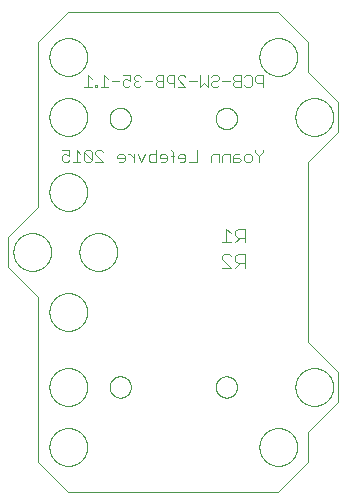
<source format=gbo>
G75*
%MOIN*%
%OFA0B0*%
%FSLAX25Y25*%
%IPPOS*%
%LPD*%
%AMOC8*
5,1,8,0,0,1.08239X$1,22.5*
%
%ADD10C,0.00000*%
%ADD11C,0.00300*%
%ADD12C,0.00400*%
D10*
X0097595Y0028933D02*
X0107595Y0018933D01*
X0177595Y0018933D01*
X0187595Y0028933D01*
X0187595Y0038933D01*
X0197595Y0048933D01*
X0197595Y0058933D01*
X0187595Y0068933D01*
X0187595Y0128933D01*
X0197595Y0138933D01*
X0197595Y0148933D01*
X0187595Y0158933D01*
X0187595Y0168933D01*
X0177595Y0178933D01*
X0107556Y0178894D01*
X0097595Y0168894D01*
X0097595Y0113933D01*
X0087595Y0103933D01*
X0087595Y0093933D01*
X0097595Y0083933D01*
X0097595Y0028933D01*
X0101296Y0033933D02*
X0101298Y0034091D01*
X0101304Y0034249D01*
X0101314Y0034407D01*
X0101328Y0034565D01*
X0101346Y0034722D01*
X0101367Y0034879D01*
X0101393Y0035035D01*
X0101423Y0035191D01*
X0101456Y0035346D01*
X0101494Y0035499D01*
X0101535Y0035652D01*
X0101580Y0035804D01*
X0101629Y0035955D01*
X0101682Y0036104D01*
X0101738Y0036252D01*
X0101798Y0036398D01*
X0101862Y0036543D01*
X0101930Y0036686D01*
X0102001Y0036828D01*
X0102075Y0036968D01*
X0102153Y0037105D01*
X0102235Y0037241D01*
X0102319Y0037375D01*
X0102408Y0037506D01*
X0102499Y0037635D01*
X0102594Y0037762D01*
X0102691Y0037887D01*
X0102792Y0038009D01*
X0102896Y0038128D01*
X0103003Y0038245D01*
X0103113Y0038359D01*
X0103226Y0038470D01*
X0103341Y0038579D01*
X0103459Y0038684D01*
X0103580Y0038786D01*
X0103703Y0038886D01*
X0103829Y0038982D01*
X0103957Y0039075D01*
X0104087Y0039165D01*
X0104220Y0039251D01*
X0104355Y0039335D01*
X0104491Y0039414D01*
X0104630Y0039491D01*
X0104771Y0039563D01*
X0104913Y0039633D01*
X0105057Y0039698D01*
X0105203Y0039760D01*
X0105350Y0039818D01*
X0105499Y0039873D01*
X0105649Y0039924D01*
X0105800Y0039971D01*
X0105952Y0040014D01*
X0106105Y0040053D01*
X0106260Y0040089D01*
X0106415Y0040120D01*
X0106571Y0040148D01*
X0106727Y0040172D01*
X0106884Y0040192D01*
X0107042Y0040208D01*
X0107199Y0040220D01*
X0107358Y0040228D01*
X0107516Y0040232D01*
X0107674Y0040232D01*
X0107832Y0040228D01*
X0107991Y0040220D01*
X0108148Y0040208D01*
X0108306Y0040192D01*
X0108463Y0040172D01*
X0108619Y0040148D01*
X0108775Y0040120D01*
X0108930Y0040089D01*
X0109085Y0040053D01*
X0109238Y0040014D01*
X0109390Y0039971D01*
X0109541Y0039924D01*
X0109691Y0039873D01*
X0109840Y0039818D01*
X0109987Y0039760D01*
X0110133Y0039698D01*
X0110277Y0039633D01*
X0110419Y0039563D01*
X0110560Y0039491D01*
X0110699Y0039414D01*
X0110835Y0039335D01*
X0110970Y0039251D01*
X0111103Y0039165D01*
X0111233Y0039075D01*
X0111361Y0038982D01*
X0111487Y0038886D01*
X0111610Y0038786D01*
X0111731Y0038684D01*
X0111849Y0038579D01*
X0111964Y0038470D01*
X0112077Y0038359D01*
X0112187Y0038245D01*
X0112294Y0038128D01*
X0112398Y0038009D01*
X0112499Y0037887D01*
X0112596Y0037762D01*
X0112691Y0037635D01*
X0112782Y0037506D01*
X0112871Y0037375D01*
X0112955Y0037241D01*
X0113037Y0037105D01*
X0113115Y0036968D01*
X0113189Y0036828D01*
X0113260Y0036686D01*
X0113328Y0036543D01*
X0113392Y0036398D01*
X0113452Y0036252D01*
X0113508Y0036104D01*
X0113561Y0035955D01*
X0113610Y0035804D01*
X0113655Y0035652D01*
X0113696Y0035499D01*
X0113734Y0035346D01*
X0113767Y0035191D01*
X0113797Y0035035D01*
X0113823Y0034879D01*
X0113844Y0034722D01*
X0113862Y0034565D01*
X0113876Y0034407D01*
X0113886Y0034249D01*
X0113892Y0034091D01*
X0113894Y0033933D01*
X0113892Y0033775D01*
X0113886Y0033617D01*
X0113876Y0033459D01*
X0113862Y0033301D01*
X0113844Y0033144D01*
X0113823Y0032987D01*
X0113797Y0032831D01*
X0113767Y0032675D01*
X0113734Y0032520D01*
X0113696Y0032367D01*
X0113655Y0032214D01*
X0113610Y0032062D01*
X0113561Y0031911D01*
X0113508Y0031762D01*
X0113452Y0031614D01*
X0113392Y0031468D01*
X0113328Y0031323D01*
X0113260Y0031180D01*
X0113189Y0031038D01*
X0113115Y0030898D01*
X0113037Y0030761D01*
X0112955Y0030625D01*
X0112871Y0030491D01*
X0112782Y0030360D01*
X0112691Y0030231D01*
X0112596Y0030104D01*
X0112499Y0029979D01*
X0112398Y0029857D01*
X0112294Y0029738D01*
X0112187Y0029621D01*
X0112077Y0029507D01*
X0111964Y0029396D01*
X0111849Y0029287D01*
X0111731Y0029182D01*
X0111610Y0029080D01*
X0111487Y0028980D01*
X0111361Y0028884D01*
X0111233Y0028791D01*
X0111103Y0028701D01*
X0110970Y0028615D01*
X0110835Y0028531D01*
X0110699Y0028452D01*
X0110560Y0028375D01*
X0110419Y0028303D01*
X0110277Y0028233D01*
X0110133Y0028168D01*
X0109987Y0028106D01*
X0109840Y0028048D01*
X0109691Y0027993D01*
X0109541Y0027942D01*
X0109390Y0027895D01*
X0109238Y0027852D01*
X0109085Y0027813D01*
X0108930Y0027777D01*
X0108775Y0027746D01*
X0108619Y0027718D01*
X0108463Y0027694D01*
X0108306Y0027674D01*
X0108148Y0027658D01*
X0107991Y0027646D01*
X0107832Y0027638D01*
X0107674Y0027634D01*
X0107516Y0027634D01*
X0107358Y0027638D01*
X0107199Y0027646D01*
X0107042Y0027658D01*
X0106884Y0027674D01*
X0106727Y0027694D01*
X0106571Y0027718D01*
X0106415Y0027746D01*
X0106260Y0027777D01*
X0106105Y0027813D01*
X0105952Y0027852D01*
X0105800Y0027895D01*
X0105649Y0027942D01*
X0105499Y0027993D01*
X0105350Y0028048D01*
X0105203Y0028106D01*
X0105057Y0028168D01*
X0104913Y0028233D01*
X0104771Y0028303D01*
X0104630Y0028375D01*
X0104491Y0028452D01*
X0104355Y0028531D01*
X0104220Y0028615D01*
X0104087Y0028701D01*
X0103957Y0028791D01*
X0103829Y0028884D01*
X0103703Y0028980D01*
X0103580Y0029080D01*
X0103459Y0029182D01*
X0103341Y0029287D01*
X0103226Y0029396D01*
X0103113Y0029507D01*
X0103003Y0029621D01*
X0102896Y0029738D01*
X0102792Y0029857D01*
X0102691Y0029979D01*
X0102594Y0030104D01*
X0102499Y0030231D01*
X0102408Y0030360D01*
X0102319Y0030491D01*
X0102235Y0030625D01*
X0102153Y0030761D01*
X0102075Y0030898D01*
X0102001Y0031038D01*
X0101930Y0031180D01*
X0101862Y0031323D01*
X0101798Y0031468D01*
X0101738Y0031614D01*
X0101682Y0031762D01*
X0101629Y0031911D01*
X0101580Y0032062D01*
X0101535Y0032214D01*
X0101494Y0032367D01*
X0101456Y0032520D01*
X0101423Y0032675D01*
X0101393Y0032831D01*
X0101367Y0032987D01*
X0101346Y0033144D01*
X0101328Y0033301D01*
X0101314Y0033459D01*
X0101304Y0033617D01*
X0101298Y0033775D01*
X0101296Y0033933D01*
X0101296Y0053933D02*
X0101298Y0054091D01*
X0101304Y0054249D01*
X0101314Y0054407D01*
X0101328Y0054565D01*
X0101346Y0054722D01*
X0101367Y0054879D01*
X0101393Y0055035D01*
X0101423Y0055191D01*
X0101456Y0055346D01*
X0101494Y0055499D01*
X0101535Y0055652D01*
X0101580Y0055804D01*
X0101629Y0055955D01*
X0101682Y0056104D01*
X0101738Y0056252D01*
X0101798Y0056398D01*
X0101862Y0056543D01*
X0101930Y0056686D01*
X0102001Y0056828D01*
X0102075Y0056968D01*
X0102153Y0057105D01*
X0102235Y0057241D01*
X0102319Y0057375D01*
X0102408Y0057506D01*
X0102499Y0057635D01*
X0102594Y0057762D01*
X0102691Y0057887D01*
X0102792Y0058009D01*
X0102896Y0058128D01*
X0103003Y0058245D01*
X0103113Y0058359D01*
X0103226Y0058470D01*
X0103341Y0058579D01*
X0103459Y0058684D01*
X0103580Y0058786D01*
X0103703Y0058886D01*
X0103829Y0058982D01*
X0103957Y0059075D01*
X0104087Y0059165D01*
X0104220Y0059251D01*
X0104355Y0059335D01*
X0104491Y0059414D01*
X0104630Y0059491D01*
X0104771Y0059563D01*
X0104913Y0059633D01*
X0105057Y0059698D01*
X0105203Y0059760D01*
X0105350Y0059818D01*
X0105499Y0059873D01*
X0105649Y0059924D01*
X0105800Y0059971D01*
X0105952Y0060014D01*
X0106105Y0060053D01*
X0106260Y0060089D01*
X0106415Y0060120D01*
X0106571Y0060148D01*
X0106727Y0060172D01*
X0106884Y0060192D01*
X0107042Y0060208D01*
X0107199Y0060220D01*
X0107358Y0060228D01*
X0107516Y0060232D01*
X0107674Y0060232D01*
X0107832Y0060228D01*
X0107991Y0060220D01*
X0108148Y0060208D01*
X0108306Y0060192D01*
X0108463Y0060172D01*
X0108619Y0060148D01*
X0108775Y0060120D01*
X0108930Y0060089D01*
X0109085Y0060053D01*
X0109238Y0060014D01*
X0109390Y0059971D01*
X0109541Y0059924D01*
X0109691Y0059873D01*
X0109840Y0059818D01*
X0109987Y0059760D01*
X0110133Y0059698D01*
X0110277Y0059633D01*
X0110419Y0059563D01*
X0110560Y0059491D01*
X0110699Y0059414D01*
X0110835Y0059335D01*
X0110970Y0059251D01*
X0111103Y0059165D01*
X0111233Y0059075D01*
X0111361Y0058982D01*
X0111487Y0058886D01*
X0111610Y0058786D01*
X0111731Y0058684D01*
X0111849Y0058579D01*
X0111964Y0058470D01*
X0112077Y0058359D01*
X0112187Y0058245D01*
X0112294Y0058128D01*
X0112398Y0058009D01*
X0112499Y0057887D01*
X0112596Y0057762D01*
X0112691Y0057635D01*
X0112782Y0057506D01*
X0112871Y0057375D01*
X0112955Y0057241D01*
X0113037Y0057105D01*
X0113115Y0056968D01*
X0113189Y0056828D01*
X0113260Y0056686D01*
X0113328Y0056543D01*
X0113392Y0056398D01*
X0113452Y0056252D01*
X0113508Y0056104D01*
X0113561Y0055955D01*
X0113610Y0055804D01*
X0113655Y0055652D01*
X0113696Y0055499D01*
X0113734Y0055346D01*
X0113767Y0055191D01*
X0113797Y0055035D01*
X0113823Y0054879D01*
X0113844Y0054722D01*
X0113862Y0054565D01*
X0113876Y0054407D01*
X0113886Y0054249D01*
X0113892Y0054091D01*
X0113894Y0053933D01*
X0113892Y0053775D01*
X0113886Y0053617D01*
X0113876Y0053459D01*
X0113862Y0053301D01*
X0113844Y0053144D01*
X0113823Y0052987D01*
X0113797Y0052831D01*
X0113767Y0052675D01*
X0113734Y0052520D01*
X0113696Y0052367D01*
X0113655Y0052214D01*
X0113610Y0052062D01*
X0113561Y0051911D01*
X0113508Y0051762D01*
X0113452Y0051614D01*
X0113392Y0051468D01*
X0113328Y0051323D01*
X0113260Y0051180D01*
X0113189Y0051038D01*
X0113115Y0050898D01*
X0113037Y0050761D01*
X0112955Y0050625D01*
X0112871Y0050491D01*
X0112782Y0050360D01*
X0112691Y0050231D01*
X0112596Y0050104D01*
X0112499Y0049979D01*
X0112398Y0049857D01*
X0112294Y0049738D01*
X0112187Y0049621D01*
X0112077Y0049507D01*
X0111964Y0049396D01*
X0111849Y0049287D01*
X0111731Y0049182D01*
X0111610Y0049080D01*
X0111487Y0048980D01*
X0111361Y0048884D01*
X0111233Y0048791D01*
X0111103Y0048701D01*
X0110970Y0048615D01*
X0110835Y0048531D01*
X0110699Y0048452D01*
X0110560Y0048375D01*
X0110419Y0048303D01*
X0110277Y0048233D01*
X0110133Y0048168D01*
X0109987Y0048106D01*
X0109840Y0048048D01*
X0109691Y0047993D01*
X0109541Y0047942D01*
X0109390Y0047895D01*
X0109238Y0047852D01*
X0109085Y0047813D01*
X0108930Y0047777D01*
X0108775Y0047746D01*
X0108619Y0047718D01*
X0108463Y0047694D01*
X0108306Y0047674D01*
X0108148Y0047658D01*
X0107991Y0047646D01*
X0107832Y0047638D01*
X0107674Y0047634D01*
X0107516Y0047634D01*
X0107358Y0047638D01*
X0107199Y0047646D01*
X0107042Y0047658D01*
X0106884Y0047674D01*
X0106727Y0047694D01*
X0106571Y0047718D01*
X0106415Y0047746D01*
X0106260Y0047777D01*
X0106105Y0047813D01*
X0105952Y0047852D01*
X0105800Y0047895D01*
X0105649Y0047942D01*
X0105499Y0047993D01*
X0105350Y0048048D01*
X0105203Y0048106D01*
X0105057Y0048168D01*
X0104913Y0048233D01*
X0104771Y0048303D01*
X0104630Y0048375D01*
X0104491Y0048452D01*
X0104355Y0048531D01*
X0104220Y0048615D01*
X0104087Y0048701D01*
X0103957Y0048791D01*
X0103829Y0048884D01*
X0103703Y0048980D01*
X0103580Y0049080D01*
X0103459Y0049182D01*
X0103341Y0049287D01*
X0103226Y0049396D01*
X0103113Y0049507D01*
X0103003Y0049621D01*
X0102896Y0049738D01*
X0102792Y0049857D01*
X0102691Y0049979D01*
X0102594Y0050104D01*
X0102499Y0050231D01*
X0102408Y0050360D01*
X0102319Y0050491D01*
X0102235Y0050625D01*
X0102153Y0050761D01*
X0102075Y0050898D01*
X0102001Y0051038D01*
X0101930Y0051180D01*
X0101862Y0051323D01*
X0101798Y0051468D01*
X0101738Y0051614D01*
X0101682Y0051762D01*
X0101629Y0051911D01*
X0101580Y0052062D01*
X0101535Y0052214D01*
X0101494Y0052367D01*
X0101456Y0052520D01*
X0101423Y0052675D01*
X0101393Y0052831D01*
X0101367Y0052987D01*
X0101346Y0053144D01*
X0101328Y0053301D01*
X0101314Y0053459D01*
X0101304Y0053617D01*
X0101298Y0053775D01*
X0101296Y0053933D01*
X0121345Y0053933D02*
X0121347Y0054052D01*
X0121353Y0054170D01*
X0121363Y0054288D01*
X0121377Y0054406D01*
X0121394Y0054523D01*
X0121416Y0054640D01*
X0121442Y0054756D01*
X0121471Y0054871D01*
X0121504Y0054985D01*
X0121541Y0055097D01*
X0121582Y0055209D01*
X0121627Y0055319D01*
X0121675Y0055427D01*
X0121727Y0055534D01*
X0121782Y0055639D01*
X0121841Y0055742D01*
X0121903Y0055843D01*
X0121968Y0055942D01*
X0122037Y0056039D01*
X0122109Y0056133D01*
X0122184Y0056225D01*
X0122262Y0056314D01*
X0122343Y0056401D01*
X0122427Y0056485D01*
X0122514Y0056566D01*
X0122603Y0056644D01*
X0122695Y0056719D01*
X0122789Y0056791D01*
X0122886Y0056860D01*
X0122985Y0056925D01*
X0123086Y0056987D01*
X0123189Y0057046D01*
X0123294Y0057101D01*
X0123401Y0057153D01*
X0123509Y0057201D01*
X0123619Y0057246D01*
X0123731Y0057287D01*
X0123843Y0057324D01*
X0123957Y0057357D01*
X0124072Y0057386D01*
X0124188Y0057412D01*
X0124305Y0057434D01*
X0124422Y0057451D01*
X0124540Y0057465D01*
X0124658Y0057475D01*
X0124776Y0057481D01*
X0124895Y0057483D01*
X0125014Y0057481D01*
X0125132Y0057475D01*
X0125250Y0057465D01*
X0125368Y0057451D01*
X0125485Y0057434D01*
X0125602Y0057412D01*
X0125718Y0057386D01*
X0125833Y0057357D01*
X0125947Y0057324D01*
X0126059Y0057287D01*
X0126171Y0057246D01*
X0126281Y0057201D01*
X0126389Y0057153D01*
X0126496Y0057101D01*
X0126601Y0057046D01*
X0126704Y0056987D01*
X0126805Y0056925D01*
X0126904Y0056860D01*
X0127001Y0056791D01*
X0127095Y0056719D01*
X0127187Y0056644D01*
X0127276Y0056566D01*
X0127363Y0056485D01*
X0127447Y0056401D01*
X0127528Y0056314D01*
X0127606Y0056225D01*
X0127681Y0056133D01*
X0127753Y0056039D01*
X0127822Y0055942D01*
X0127887Y0055843D01*
X0127949Y0055742D01*
X0128008Y0055639D01*
X0128063Y0055534D01*
X0128115Y0055427D01*
X0128163Y0055319D01*
X0128208Y0055209D01*
X0128249Y0055097D01*
X0128286Y0054985D01*
X0128319Y0054871D01*
X0128348Y0054756D01*
X0128374Y0054640D01*
X0128396Y0054523D01*
X0128413Y0054406D01*
X0128427Y0054288D01*
X0128437Y0054170D01*
X0128443Y0054052D01*
X0128445Y0053933D01*
X0128443Y0053814D01*
X0128437Y0053696D01*
X0128427Y0053578D01*
X0128413Y0053460D01*
X0128396Y0053343D01*
X0128374Y0053226D01*
X0128348Y0053110D01*
X0128319Y0052995D01*
X0128286Y0052881D01*
X0128249Y0052769D01*
X0128208Y0052657D01*
X0128163Y0052547D01*
X0128115Y0052439D01*
X0128063Y0052332D01*
X0128008Y0052227D01*
X0127949Y0052124D01*
X0127887Y0052023D01*
X0127822Y0051924D01*
X0127753Y0051827D01*
X0127681Y0051733D01*
X0127606Y0051641D01*
X0127528Y0051552D01*
X0127447Y0051465D01*
X0127363Y0051381D01*
X0127276Y0051300D01*
X0127187Y0051222D01*
X0127095Y0051147D01*
X0127001Y0051075D01*
X0126904Y0051006D01*
X0126805Y0050941D01*
X0126704Y0050879D01*
X0126601Y0050820D01*
X0126496Y0050765D01*
X0126389Y0050713D01*
X0126281Y0050665D01*
X0126171Y0050620D01*
X0126059Y0050579D01*
X0125947Y0050542D01*
X0125833Y0050509D01*
X0125718Y0050480D01*
X0125602Y0050454D01*
X0125485Y0050432D01*
X0125368Y0050415D01*
X0125250Y0050401D01*
X0125132Y0050391D01*
X0125014Y0050385D01*
X0124895Y0050383D01*
X0124776Y0050385D01*
X0124658Y0050391D01*
X0124540Y0050401D01*
X0124422Y0050415D01*
X0124305Y0050432D01*
X0124188Y0050454D01*
X0124072Y0050480D01*
X0123957Y0050509D01*
X0123843Y0050542D01*
X0123731Y0050579D01*
X0123619Y0050620D01*
X0123509Y0050665D01*
X0123401Y0050713D01*
X0123294Y0050765D01*
X0123189Y0050820D01*
X0123086Y0050879D01*
X0122985Y0050941D01*
X0122886Y0051006D01*
X0122789Y0051075D01*
X0122695Y0051147D01*
X0122603Y0051222D01*
X0122514Y0051300D01*
X0122427Y0051381D01*
X0122343Y0051465D01*
X0122262Y0051552D01*
X0122184Y0051641D01*
X0122109Y0051733D01*
X0122037Y0051827D01*
X0121968Y0051924D01*
X0121903Y0052023D01*
X0121841Y0052124D01*
X0121782Y0052227D01*
X0121727Y0052332D01*
X0121675Y0052439D01*
X0121627Y0052547D01*
X0121582Y0052657D01*
X0121541Y0052769D01*
X0121504Y0052881D01*
X0121471Y0052995D01*
X0121442Y0053110D01*
X0121416Y0053226D01*
X0121394Y0053343D01*
X0121377Y0053460D01*
X0121363Y0053578D01*
X0121353Y0053696D01*
X0121347Y0053814D01*
X0121345Y0053933D01*
X0101296Y0078933D02*
X0101298Y0079091D01*
X0101304Y0079249D01*
X0101314Y0079407D01*
X0101328Y0079565D01*
X0101346Y0079722D01*
X0101367Y0079879D01*
X0101393Y0080035D01*
X0101423Y0080191D01*
X0101456Y0080346D01*
X0101494Y0080499D01*
X0101535Y0080652D01*
X0101580Y0080804D01*
X0101629Y0080955D01*
X0101682Y0081104D01*
X0101738Y0081252D01*
X0101798Y0081398D01*
X0101862Y0081543D01*
X0101930Y0081686D01*
X0102001Y0081828D01*
X0102075Y0081968D01*
X0102153Y0082105D01*
X0102235Y0082241D01*
X0102319Y0082375D01*
X0102408Y0082506D01*
X0102499Y0082635D01*
X0102594Y0082762D01*
X0102691Y0082887D01*
X0102792Y0083009D01*
X0102896Y0083128D01*
X0103003Y0083245D01*
X0103113Y0083359D01*
X0103226Y0083470D01*
X0103341Y0083579D01*
X0103459Y0083684D01*
X0103580Y0083786D01*
X0103703Y0083886D01*
X0103829Y0083982D01*
X0103957Y0084075D01*
X0104087Y0084165D01*
X0104220Y0084251D01*
X0104355Y0084335D01*
X0104491Y0084414D01*
X0104630Y0084491D01*
X0104771Y0084563D01*
X0104913Y0084633D01*
X0105057Y0084698D01*
X0105203Y0084760D01*
X0105350Y0084818D01*
X0105499Y0084873D01*
X0105649Y0084924D01*
X0105800Y0084971D01*
X0105952Y0085014D01*
X0106105Y0085053D01*
X0106260Y0085089D01*
X0106415Y0085120D01*
X0106571Y0085148D01*
X0106727Y0085172D01*
X0106884Y0085192D01*
X0107042Y0085208D01*
X0107199Y0085220D01*
X0107358Y0085228D01*
X0107516Y0085232D01*
X0107674Y0085232D01*
X0107832Y0085228D01*
X0107991Y0085220D01*
X0108148Y0085208D01*
X0108306Y0085192D01*
X0108463Y0085172D01*
X0108619Y0085148D01*
X0108775Y0085120D01*
X0108930Y0085089D01*
X0109085Y0085053D01*
X0109238Y0085014D01*
X0109390Y0084971D01*
X0109541Y0084924D01*
X0109691Y0084873D01*
X0109840Y0084818D01*
X0109987Y0084760D01*
X0110133Y0084698D01*
X0110277Y0084633D01*
X0110419Y0084563D01*
X0110560Y0084491D01*
X0110699Y0084414D01*
X0110835Y0084335D01*
X0110970Y0084251D01*
X0111103Y0084165D01*
X0111233Y0084075D01*
X0111361Y0083982D01*
X0111487Y0083886D01*
X0111610Y0083786D01*
X0111731Y0083684D01*
X0111849Y0083579D01*
X0111964Y0083470D01*
X0112077Y0083359D01*
X0112187Y0083245D01*
X0112294Y0083128D01*
X0112398Y0083009D01*
X0112499Y0082887D01*
X0112596Y0082762D01*
X0112691Y0082635D01*
X0112782Y0082506D01*
X0112871Y0082375D01*
X0112955Y0082241D01*
X0113037Y0082105D01*
X0113115Y0081968D01*
X0113189Y0081828D01*
X0113260Y0081686D01*
X0113328Y0081543D01*
X0113392Y0081398D01*
X0113452Y0081252D01*
X0113508Y0081104D01*
X0113561Y0080955D01*
X0113610Y0080804D01*
X0113655Y0080652D01*
X0113696Y0080499D01*
X0113734Y0080346D01*
X0113767Y0080191D01*
X0113797Y0080035D01*
X0113823Y0079879D01*
X0113844Y0079722D01*
X0113862Y0079565D01*
X0113876Y0079407D01*
X0113886Y0079249D01*
X0113892Y0079091D01*
X0113894Y0078933D01*
X0113892Y0078775D01*
X0113886Y0078617D01*
X0113876Y0078459D01*
X0113862Y0078301D01*
X0113844Y0078144D01*
X0113823Y0077987D01*
X0113797Y0077831D01*
X0113767Y0077675D01*
X0113734Y0077520D01*
X0113696Y0077367D01*
X0113655Y0077214D01*
X0113610Y0077062D01*
X0113561Y0076911D01*
X0113508Y0076762D01*
X0113452Y0076614D01*
X0113392Y0076468D01*
X0113328Y0076323D01*
X0113260Y0076180D01*
X0113189Y0076038D01*
X0113115Y0075898D01*
X0113037Y0075761D01*
X0112955Y0075625D01*
X0112871Y0075491D01*
X0112782Y0075360D01*
X0112691Y0075231D01*
X0112596Y0075104D01*
X0112499Y0074979D01*
X0112398Y0074857D01*
X0112294Y0074738D01*
X0112187Y0074621D01*
X0112077Y0074507D01*
X0111964Y0074396D01*
X0111849Y0074287D01*
X0111731Y0074182D01*
X0111610Y0074080D01*
X0111487Y0073980D01*
X0111361Y0073884D01*
X0111233Y0073791D01*
X0111103Y0073701D01*
X0110970Y0073615D01*
X0110835Y0073531D01*
X0110699Y0073452D01*
X0110560Y0073375D01*
X0110419Y0073303D01*
X0110277Y0073233D01*
X0110133Y0073168D01*
X0109987Y0073106D01*
X0109840Y0073048D01*
X0109691Y0072993D01*
X0109541Y0072942D01*
X0109390Y0072895D01*
X0109238Y0072852D01*
X0109085Y0072813D01*
X0108930Y0072777D01*
X0108775Y0072746D01*
X0108619Y0072718D01*
X0108463Y0072694D01*
X0108306Y0072674D01*
X0108148Y0072658D01*
X0107991Y0072646D01*
X0107832Y0072638D01*
X0107674Y0072634D01*
X0107516Y0072634D01*
X0107358Y0072638D01*
X0107199Y0072646D01*
X0107042Y0072658D01*
X0106884Y0072674D01*
X0106727Y0072694D01*
X0106571Y0072718D01*
X0106415Y0072746D01*
X0106260Y0072777D01*
X0106105Y0072813D01*
X0105952Y0072852D01*
X0105800Y0072895D01*
X0105649Y0072942D01*
X0105499Y0072993D01*
X0105350Y0073048D01*
X0105203Y0073106D01*
X0105057Y0073168D01*
X0104913Y0073233D01*
X0104771Y0073303D01*
X0104630Y0073375D01*
X0104491Y0073452D01*
X0104355Y0073531D01*
X0104220Y0073615D01*
X0104087Y0073701D01*
X0103957Y0073791D01*
X0103829Y0073884D01*
X0103703Y0073980D01*
X0103580Y0074080D01*
X0103459Y0074182D01*
X0103341Y0074287D01*
X0103226Y0074396D01*
X0103113Y0074507D01*
X0103003Y0074621D01*
X0102896Y0074738D01*
X0102792Y0074857D01*
X0102691Y0074979D01*
X0102594Y0075104D01*
X0102499Y0075231D01*
X0102408Y0075360D01*
X0102319Y0075491D01*
X0102235Y0075625D01*
X0102153Y0075761D01*
X0102075Y0075898D01*
X0102001Y0076038D01*
X0101930Y0076180D01*
X0101862Y0076323D01*
X0101798Y0076468D01*
X0101738Y0076614D01*
X0101682Y0076762D01*
X0101629Y0076911D01*
X0101580Y0077062D01*
X0101535Y0077214D01*
X0101494Y0077367D01*
X0101456Y0077520D01*
X0101423Y0077675D01*
X0101393Y0077831D01*
X0101367Y0077987D01*
X0101346Y0078144D01*
X0101328Y0078301D01*
X0101314Y0078459D01*
X0101304Y0078617D01*
X0101298Y0078775D01*
X0101296Y0078933D01*
X0089296Y0098933D02*
X0089298Y0099091D01*
X0089304Y0099249D01*
X0089314Y0099407D01*
X0089328Y0099565D01*
X0089346Y0099722D01*
X0089367Y0099879D01*
X0089393Y0100035D01*
X0089423Y0100191D01*
X0089456Y0100346D01*
X0089494Y0100499D01*
X0089535Y0100652D01*
X0089580Y0100804D01*
X0089629Y0100955D01*
X0089682Y0101104D01*
X0089738Y0101252D01*
X0089798Y0101398D01*
X0089862Y0101543D01*
X0089930Y0101686D01*
X0090001Y0101828D01*
X0090075Y0101968D01*
X0090153Y0102105D01*
X0090235Y0102241D01*
X0090319Y0102375D01*
X0090408Y0102506D01*
X0090499Y0102635D01*
X0090594Y0102762D01*
X0090691Y0102887D01*
X0090792Y0103009D01*
X0090896Y0103128D01*
X0091003Y0103245D01*
X0091113Y0103359D01*
X0091226Y0103470D01*
X0091341Y0103579D01*
X0091459Y0103684D01*
X0091580Y0103786D01*
X0091703Y0103886D01*
X0091829Y0103982D01*
X0091957Y0104075D01*
X0092087Y0104165D01*
X0092220Y0104251D01*
X0092355Y0104335D01*
X0092491Y0104414D01*
X0092630Y0104491D01*
X0092771Y0104563D01*
X0092913Y0104633D01*
X0093057Y0104698D01*
X0093203Y0104760D01*
X0093350Y0104818D01*
X0093499Y0104873D01*
X0093649Y0104924D01*
X0093800Y0104971D01*
X0093952Y0105014D01*
X0094105Y0105053D01*
X0094260Y0105089D01*
X0094415Y0105120D01*
X0094571Y0105148D01*
X0094727Y0105172D01*
X0094884Y0105192D01*
X0095042Y0105208D01*
X0095199Y0105220D01*
X0095358Y0105228D01*
X0095516Y0105232D01*
X0095674Y0105232D01*
X0095832Y0105228D01*
X0095991Y0105220D01*
X0096148Y0105208D01*
X0096306Y0105192D01*
X0096463Y0105172D01*
X0096619Y0105148D01*
X0096775Y0105120D01*
X0096930Y0105089D01*
X0097085Y0105053D01*
X0097238Y0105014D01*
X0097390Y0104971D01*
X0097541Y0104924D01*
X0097691Y0104873D01*
X0097840Y0104818D01*
X0097987Y0104760D01*
X0098133Y0104698D01*
X0098277Y0104633D01*
X0098419Y0104563D01*
X0098560Y0104491D01*
X0098699Y0104414D01*
X0098835Y0104335D01*
X0098970Y0104251D01*
X0099103Y0104165D01*
X0099233Y0104075D01*
X0099361Y0103982D01*
X0099487Y0103886D01*
X0099610Y0103786D01*
X0099731Y0103684D01*
X0099849Y0103579D01*
X0099964Y0103470D01*
X0100077Y0103359D01*
X0100187Y0103245D01*
X0100294Y0103128D01*
X0100398Y0103009D01*
X0100499Y0102887D01*
X0100596Y0102762D01*
X0100691Y0102635D01*
X0100782Y0102506D01*
X0100871Y0102375D01*
X0100955Y0102241D01*
X0101037Y0102105D01*
X0101115Y0101968D01*
X0101189Y0101828D01*
X0101260Y0101686D01*
X0101328Y0101543D01*
X0101392Y0101398D01*
X0101452Y0101252D01*
X0101508Y0101104D01*
X0101561Y0100955D01*
X0101610Y0100804D01*
X0101655Y0100652D01*
X0101696Y0100499D01*
X0101734Y0100346D01*
X0101767Y0100191D01*
X0101797Y0100035D01*
X0101823Y0099879D01*
X0101844Y0099722D01*
X0101862Y0099565D01*
X0101876Y0099407D01*
X0101886Y0099249D01*
X0101892Y0099091D01*
X0101894Y0098933D01*
X0101892Y0098775D01*
X0101886Y0098617D01*
X0101876Y0098459D01*
X0101862Y0098301D01*
X0101844Y0098144D01*
X0101823Y0097987D01*
X0101797Y0097831D01*
X0101767Y0097675D01*
X0101734Y0097520D01*
X0101696Y0097367D01*
X0101655Y0097214D01*
X0101610Y0097062D01*
X0101561Y0096911D01*
X0101508Y0096762D01*
X0101452Y0096614D01*
X0101392Y0096468D01*
X0101328Y0096323D01*
X0101260Y0096180D01*
X0101189Y0096038D01*
X0101115Y0095898D01*
X0101037Y0095761D01*
X0100955Y0095625D01*
X0100871Y0095491D01*
X0100782Y0095360D01*
X0100691Y0095231D01*
X0100596Y0095104D01*
X0100499Y0094979D01*
X0100398Y0094857D01*
X0100294Y0094738D01*
X0100187Y0094621D01*
X0100077Y0094507D01*
X0099964Y0094396D01*
X0099849Y0094287D01*
X0099731Y0094182D01*
X0099610Y0094080D01*
X0099487Y0093980D01*
X0099361Y0093884D01*
X0099233Y0093791D01*
X0099103Y0093701D01*
X0098970Y0093615D01*
X0098835Y0093531D01*
X0098699Y0093452D01*
X0098560Y0093375D01*
X0098419Y0093303D01*
X0098277Y0093233D01*
X0098133Y0093168D01*
X0097987Y0093106D01*
X0097840Y0093048D01*
X0097691Y0092993D01*
X0097541Y0092942D01*
X0097390Y0092895D01*
X0097238Y0092852D01*
X0097085Y0092813D01*
X0096930Y0092777D01*
X0096775Y0092746D01*
X0096619Y0092718D01*
X0096463Y0092694D01*
X0096306Y0092674D01*
X0096148Y0092658D01*
X0095991Y0092646D01*
X0095832Y0092638D01*
X0095674Y0092634D01*
X0095516Y0092634D01*
X0095358Y0092638D01*
X0095199Y0092646D01*
X0095042Y0092658D01*
X0094884Y0092674D01*
X0094727Y0092694D01*
X0094571Y0092718D01*
X0094415Y0092746D01*
X0094260Y0092777D01*
X0094105Y0092813D01*
X0093952Y0092852D01*
X0093800Y0092895D01*
X0093649Y0092942D01*
X0093499Y0092993D01*
X0093350Y0093048D01*
X0093203Y0093106D01*
X0093057Y0093168D01*
X0092913Y0093233D01*
X0092771Y0093303D01*
X0092630Y0093375D01*
X0092491Y0093452D01*
X0092355Y0093531D01*
X0092220Y0093615D01*
X0092087Y0093701D01*
X0091957Y0093791D01*
X0091829Y0093884D01*
X0091703Y0093980D01*
X0091580Y0094080D01*
X0091459Y0094182D01*
X0091341Y0094287D01*
X0091226Y0094396D01*
X0091113Y0094507D01*
X0091003Y0094621D01*
X0090896Y0094738D01*
X0090792Y0094857D01*
X0090691Y0094979D01*
X0090594Y0095104D01*
X0090499Y0095231D01*
X0090408Y0095360D01*
X0090319Y0095491D01*
X0090235Y0095625D01*
X0090153Y0095761D01*
X0090075Y0095898D01*
X0090001Y0096038D01*
X0089930Y0096180D01*
X0089862Y0096323D01*
X0089798Y0096468D01*
X0089738Y0096614D01*
X0089682Y0096762D01*
X0089629Y0096911D01*
X0089580Y0097062D01*
X0089535Y0097214D01*
X0089494Y0097367D01*
X0089456Y0097520D01*
X0089423Y0097675D01*
X0089393Y0097831D01*
X0089367Y0097987D01*
X0089346Y0098144D01*
X0089328Y0098301D01*
X0089314Y0098459D01*
X0089304Y0098617D01*
X0089298Y0098775D01*
X0089296Y0098933D01*
X0101296Y0118933D02*
X0101298Y0119091D01*
X0101304Y0119249D01*
X0101314Y0119407D01*
X0101328Y0119565D01*
X0101346Y0119722D01*
X0101367Y0119879D01*
X0101393Y0120035D01*
X0101423Y0120191D01*
X0101456Y0120346D01*
X0101494Y0120499D01*
X0101535Y0120652D01*
X0101580Y0120804D01*
X0101629Y0120955D01*
X0101682Y0121104D01*
X0101738Y0121252D01*
X0101798Y0121398D01*
X0101862Y0121543D01*
X0101930Y0121686D01*
X0102001Y0121828D01*
X0102075Y0121968D01*
X0102153Y0122105D01*
X0102235Y0122241D01*
X0102319Y0122375D01*
X0102408Y0122506D01*
X0102499Y0122635D01*
X0102594Y0122762D01*
X0102691Y0122887D01*
X0102792Y0123009D01*
X0102896Y0123128D01*
X0103003Y0123245D01*
X0103113Y0123359D01*
X0103226Y0123470D01*
X0103341Y0123579D01*
X0103459Y0123684D01*
X0103580Y0123786D01*
X0103703Y0123886D01*
X0103829Y0123982D01*
X0103957Y0124075D01*
X0104087Y0124165D01*
X0104220Y0124251D01*
X0104355Y0124335D01*
X0104491Y0124414D01*
X0104630Y0124491D01*
X0104771Y0124563D01*
X0104913Y0124633D01*
X0105057Y0124698D01*
X0105203Y0124760D01*
X0105350Y0124818D01*
X0105499Y0124873D01*
X0105649Y0124924D01*
X0105800Y0124971D01*
X0105952Y0125014D01*
X0106105Y0125053D01*
X0106260Y0125089D01*
X0106415Y0125120D01*
X0106571Y0125148D01*
X0106727Y0125172D01*
X0106884Y0125192D01*
X0107042Y0125208D01*
X0107199Y0125220D01*
X0107358Y0125228D01*
X0107516Y0125232D01*
X0107674Y0125232D01*
X0107832Y0125228D01*
X0107991Y0125220D01*
X0108148Y0125208D01*
X0108306Y0125192D01*
X0108463Y0125172D01*
X0108619Y0125148D01*
X0108775Y0125120D01*
X0108930Y0125089D01*
X0109085Y0125053D01*
X0109238Y0125014D01*
X0109390Y0124971D01*
X0109541Y0124924D01*
X0109691Y0124873D01*
X0109840Y0124818D01*
X0109987Y0124760D01*
X0110133Y0124698D01*
X0110277Y0124633D01*
X0110419Y0124563D01*
X0110560Y0124491D01*
X0110699Y0124414D01*
X0110835Y0124335D01*
X0110970Y0124251D01*
X0111103Y0124165D01*
X0111233Y0124075D01*
X0111361Y0123982D01*
X0111487Y0123886D01*
X0111610Y0123786D01*
X0111731Y0123684D01*
X0111849Y0123579D01*
X0111964Y0123470D01*
X0112077Y0123359D01*
X0112187Y0123245D01*
X0112294Y0123128D01*
X0112398Y0123009D01*
X0112499Y0122887D01*
X0112596Y0122762D01*
X0112691Y0122635D01*
X0112782Y0122506D01*
X0112871Y0122375D01*
X0112955Y0122241D01*
X0113037Y0122105D01*
X0113115Y0121968D01*
X0113189Y0121828D01*
X0113260Y0121686D01*
X0113328Y0121543D01*
X0113392Y0121398D01*
X0113452Y0121252D01*
X0113508Y0121104D01*
X0113561Y0120955D01*
X0113610Y0120804D01*
X0113655Y0120652D01*
X0113696Y0120499D01*
X0113734Y0120346D01*
X0113767Y0120191D01*
X0113797Y0120035D01*
X0113823Y0119879D01*
X0113844Y0119722D01*
X0113862Y0119565D01*
X0113876Y0119407D01*
X0113886Y0119249D01*
X0113892Y0119091D01*
X0113894Y0118933D01*
X0113892Y0118775D01*
X0113886Y0118617D01*
X0113876Y0118459D01*
X0113862Y0118301D01*
X0113844Y0118144D01*
X0113823Y0117987D01*
X0113797Y0117831D01*
X0113767Y0117675D01*
X0113734Y0117520D01*
X0113696Y0117367D01*
X0113655Y0117214D01*
X0113610Y0117062D01*
X0113561Y0116911D01*
X0113508Y0116762D01*
X0113452Y0116614D01*
X0113392Y0116468D01*
X0113328Y0116323D01*
X0113260Y0116180D01*
X0113189Y0116038D01*
X0113115Y0115898D01*
X0113037Y0115761D01*
X0112955Y0115625D01*
X0112871Y0115491D01*
X0112782Y0115360D01*
X0112691Y0115231D01*
X0112596Y0115104D01*
X0112499Y0114979D01*
X0112398Y0114857D01*
X0112294Y0114738D01*
X0112187Y0114621D01*
X0112077Y0114507D01*
X0111964Y0114396D01*
X0111849Y0114287D01*
X0111731Y0114182D01*
X0111610Y0114080D01*
X0111487Y0113980D01*
X0111361Y0113884D01*
X0111233Y0113791D01*
X0111103Y0113701D01*
X0110970Y0113615D01*
X0110835Y0113531D01*
X0110699Y0113452D01*
X0110560Y0113375D01*
X0110419Y0113303D01*
X0110277Y0113233D01*
X0110133Y0113168D01*
X0109987Y0113106D01*
X0109840Y0113048D01*
X0109691Y0112993D01*
X0109541Y0112942D01*
X0109390Y0112895D01*
X0109238Y0112852D01*
X0109085Y0112813D01*
X0108930Y0112777D01*
X0108775Y0112746D01*
X0108619Y0112718D01*
X0108463Y0112694D01*
X0108306Y0112674D01*
X0108148Y0112658D01*
X0107991Y0112646D01*
X0107832Y0112638D01*
X0107674Y0112634D01*
X0107516Y0112634D01*
X0107358Y0112638D01*
X0107199Y0112646D01*
X0107042Y0112658D01*
X0106884Y0112674D01*
X0106727Y0112694D01*
X0106571Y0112718D01*
X0106415Y0112746D01*
X0106260Y0112777D01*
X0106105Y0112813D01*
X0105952Y0112852D01*
X0105800Y0112895D01*
X0105649Y0112942D01*
X0105499Y0112993D01*
X0105350Y0113048D01*
X0105203Y0113106D01*
X0105057Y0113168D01*
X0104913Y0113233D01*
X0104771Y0113303D01*
X0104630Y0113375D01*
X0104491Y0113452D01*
X0104355Y0113531D01*
X0104220Y0113615D01*
X0104087Y0113701D01*
X0103957Y0113791D01*
X0103829Y0113884D01*
X0103703Y0113980D01*
X0103580Y0114080D01*
X0103459Y0114182D01*
X0103341Y0114287D01*
X0103226Y0114396D01*
X0103113Y0114507D01*
X0103003Y0114621D01*
X0102896Y0114738D01*
X0102792Y0114857D01*
X0102691Y0114979D01*
X0102594Y0115104D01*
X0102499Y0115231D01*
X0102408Y0115360D01*
X0102319Y0115491D01*
X0102235Y0115625D01*
X0102153Y0115761D01*
X0102075Y0115898D01*
X0102001Y0116038D01*
X0101930Y0116180D01*
X0101862Y0116323D01*
X0101798Y0116468D01*
X0101738Y0116614D01*
X0101682Y0116762D01*
X0101629Y0116911D01*
X0101580Y0117062D01*
X0101535Y0117214D01*
X0101494Y0117367D01*
X0101456Y0117520D01*
X0101423Y0117675D01*
X0101393Y0117831D01*
X0101367Y0117987D01*
X0101346Y0118144D01*
X0101328Y0118301D01*
X0101314Y0118459D01*
X0101304Y0118617D01*
X0101298Y0118775D01*
X0101296Y0118933D01*
X0111296Y0098933D02*
X0111298Y0099091D01*
X0111304Y0099249D01*
X0111314Y0099407D01*
X0111328Y0099565D01*
X0111346Y0099722D01*
X0111367Y0099879D01*
X0111393Y0100035D01*
X0111423Y0100191D01*
X0111456Y0100346D01*
X0111494Y0100499D01*
X0111535Y0100652D01*
X0111580Y0100804D01*
X0111629Y0100955D01*
X0111682Y0101104D01*
X0111738Y0101252D01*
X0111798Y0101398D01*
X0111862Y0101543D01*
X0111930Y0101686D01*
X0112001Y0101828D01*
X0112075Y0101968D01*
X0112153Y0102105D01*
X0112235Y0102241D01*
X0112319Y0102375D01*
X0112408Y0102506D01*
X0112499Y0102635D01*
X0112594Y0102762D01*
X0112691Y0102887D01*
X0112792Y0103009D01*
X0112896Y0103128D01*
X0113003Y0103245D01*
X0113113Y0103359D01*
X0113226Y0103470D01*
X0113341Y0103579D01*
X0113459Y0103684D01*
X0113580Y0103786D01*
X0113703Y0103886D01*
X0113829Y0103982D01*
X0113957Y0104075D01*
X0114087Y0104165D01*
X0114220Y0104251D01*
X0114355Y0104335D01*
X0114491Y0104414D01*
X0114630Y0104491D01*
X0114771Y0104563D01*
X0114913Y0104633D01*
X0115057Y0104698D01*
X0115203Y0104760D01*
X0115350Y0104818D01*
X0115499Y0104873D01*
X0115649Y0104924D01*
X0115800Y0104971D01*
X0115952Y0105014D01*
X0116105Y0105053D01*
X0116260Y0105089D01*
X0116415Y0105120D01*
X0116571Y0105148D01*
X0116727Y0105172D01*
X0116884Y0105192D01*
X0117042Y0105208D01*
X0117199Y0105220D01*
X0117358Y0105228D01*
X0117516Y0105232D01*
X0117674Y0105232D01*
X0117832Y0105228D01*
X0117991Y0105220D01*
X0118148Y0105208D01*
X0118306Y0105192D01*
X0118463Y0105172D01*
X0118619Y0105148D01*
X0118775Y0105120D01*
X0118930Y0105089D01*
X0119085Y0105053D01*
X0119238Y0105014D01*
X0119390Y0104971D01*
X0119541Y0104924D01*
X0119691Y0104873D01*
X0119840Y0104818D01*
X0119987Y0104760D01*
X0120133Y0104698D01*
X0120277Y0104633D01*
X0120419Y0104563D01*
X0120560Y0104491D01*
X0120699Y0104414D01*
X0120835Y0104335D01*
X0120970Y0104251D01*
X0121103Y0104165D01*
X0121233Y0104075D01*
X0121361Y0103982D01*
X0121487Y0103886D01*
X0121610Y0103786D01*
X0121731Y0103684D01*
X0121849Y0103579D01*
X0121964Y0103470D01*
X0122077Y0103359D01*
X0122187Y0103245D01*
X0122294Y0103128D01*
X0122398Y0103009D01*
X0122499Y0102887D01*
X0122596Y0102762D01*
X0122691Y0102635D01*
X0122782Y0102506D01*
X0122871Y0102375D01*
X0122955Y0102241D01*
X0123037Y0102105D01*
X0123115Y0101968D01*
X0123189Y0101828D01*
X0123260Y0101686D01*
X0123328Y0101543D01*
X0123392Y0101398D01*
X0123452Y0101252D01*
X0123508Y0101104D01*
X0123561Y0100955D01*
X0123610Y0100804D01*
X0123655Y0100652D01*
X0123696Y0100499D01*
X0123734Y0100346D01*
X0123767Y0100191D01*
X0123797Y0100035D01*
X0123823Y0099879D01*
X0123844Y0099722D01*
X0123862Y0099565D01*
X0123876Y0099407D01*
X0123886Y0099249D01*
X0123892Y0099091D01*
X0123894Y0098933D01*
X0123892Y0098775D01*
X0123886Y0098617D01*
X0123876Y0098459D01*
X0123862Y0098301D01*
X0123844Y0098144D01*
X0123823Y0097987D01*
X0123797Y0097831D01*
X0123767Y0097675D01*
X0123734Y0097520D01*
X0123696Y0097367D01*
X0123655Y0097214D01*
X0123610Y0097062D01*
X0123561Y0096911D01*
X0123508Y0096762D01*
X0123452Y0096614D01*
X0123392Y0096468D01*
X0123328Y0096323D01*
X0123260Y0096180D01*
X0123189Y0096038D01*
X0123115Y0095898D01*
X0123037Y0095761D01*
X0122955Y0095625D01*
X0122871Y0095491D01*
X0122782Y0095360D01*
X0122691Y0095231D01*
X0122596Y0095104D01*
X0122499Y0094979D01*
X0122398Y0094857D01*
X0122294Y0094738D01*
X0122187Y0094621D01*
X0122077Y0094507D01*
X0121964Y0094396D01*
X0121849Y0094287D01*
X0121731Y0094182D01*
X0121610Y0094080D01*
X0121487Y0093980D01*
X0121361Y0093884D01*
X0121233Y0093791D01*
X0121103Y0093701D01*
X0120970Y0093615D01*
X0120835Y0093531D01*
X0120699Y0093452D01*
X0120560Y0093375D01*
X0120419Y0093303D01*
X0120277Y0093233D01*
X0120133Y0093168D01*
X0119987Y0093106D01*
X0119840Y0093048D01*
X0119691Y0092993D01*
X0119541Y0092942D01*
X0119390Y0092895D01*
X0119238Y0092852D01*
X0119085Y0092813D01*
X0118930Y0092777D01*
X0118775Y0092746D01*
X0118619Y0092718D01*
X0118463Y0092694D01*
X0118306Y0092674D01*
X0118148Y0092658D01*
X0117991Y0092646D01*
X0117832Y0092638D01*
X0117674Y0092634D01*
X0117516Y0092634D01*
X0117358Y0092638D01*
X0117199Y0092646D01*
X0117042Y0092658D01*
X0116884Y0092674D01*
X0116727Y0092694D01*
X0116571Y0092718D01*
X0116415Y0092746D01*
X0116260Y0092777D01*
X0116105Y0092813D01*
X0115952Y0092852D01*
X0115800Y0092895D01*
X0115649Y0092942D01*
X0115499Y0092993D01*
X0115350Y0093048D01*
X0115203Y0093106D01*
X0115057Y0093168D01*
X0114913Y0093233D01*
X0114771Y0093303D01*
X0114630Y0093375D01*
X0114491Y0093452D01*
X0114355Y0093531D01*
X0114220Y0093615D01*
X0114087Y0093701D01*
X0113957Y0093791D01*
X0113829Y0093884D01*
X0113703Y0093980D01*
X0113580Y0094080D01*
X0113459Y0094182D01*
X0113341Y0094287D01*
X0113226Y0094396D01*
X0113113Y0094507D01*
X0113003Y0094621D01*
X0112896Y0094738D01*
X0112792Y0094857D01*
X0112691Y0094979D01*
X0112594Y0095104D01*
X0112499Y0095231D01*
X0112408Y0095360D01*
X0112319Y0095491D01*
X0112235Y0095625D01*
X0112153Y0095761D01*
X0112075Y0095898D01*
X0112001Y0096038D01*
X0111930Y0096180D01*
X0111862Y0096323D01*
X0111798Y0096468D01*
X0111738Y0096614D01*
X0111682Y0096762D01*
X0111629Y0096911D01*
X0111580Y0097062D01*
X0111535Y0097214D01*
X0111494Y0097367D01*
X0111456Y0097520D01*
X0111423Y0097675D01*
X0111393Y0097831D01*
X0111367Y0097987D01*
X0111346Y0098144D01*
X0111328Y0098301D01*
X0111314Y0098459D01*
X0111304Y0098617D01*
X0111298Y0098775D01*
X0111296Y0098933D01*
X0101296Y0143933D02*
X0101298Y0144091D01*
X0101304Y0144249D01*
X0101314Y0144407D01*
X0101328Y0144565D01*
X0101346Y0144722D01*
X0101367Y0144879D01*
X0101393Y0145035D01*
X0101423Y0145191D01*
X0101456Y0145346D01*
X0101494Y0145499D01*
X0101535Y0145652D01*
X0101580Y0145804D01*
X0101629Y0145955D01*
X0101682Y0146104D01*
X0101738Y0146252D01*
X0101798Y0146398D01*
X0101862Y0146543D01*
X0101930Y0146686D01*
X0102001Y0146828D01*
X0102075Y0146968D01*
X0102153Y0147105D01*
X0102235Y0147241D01*
X0102319Y0147375D01*
X0102408Y0147506D01*
X0102499Y0147635D01*
X0102594Y0147762D01*
X0102691Y0147887D01*
X0102792Y0148009D01*
X0102896Y0148128D01*
X0103003Y0148245D01*
X0103113Y0148359D01*
X0103226Y0148470D01*
X0103341Y0148579D01*
X0103459Y0148684D01*
X0103580Y0148786D01*
X0103703Y0148886D01*
X0103829Y0148982D01*
X0103957Y0149075D01*
X0104087Y0149165D01*
X0104220Y0149251D01*
X0104355Y0149335D01*
X0104491Y0149414D01*
X0104630Y0149491D01*
X0104771Y0149563D01*
X0104913Y0149633D01*
X0105057Y0149698D01*
X0105203Y0149760D01*
X0105350Y0149818D01*
X0105499Y0149873D01*
X0105649Y0149924D01*
X0105800Y0149971D01*
X0105952Y0150014D01*
X0106105Y0150053D01*
X0106260Y0150089D01*
X0106415Y0150120D01*
X0106571Y0150148D01*
X0106727Y0150172D01*
X0106884Y0150192D01*
X0107042Y0150208D01*
X0107199Y0150220D01*
X0107358Y0150228D01*
X0107516Y0150232D01*
X0107674Y0150232D01*
X0107832Y0150228D01*
X0107991Y0150220D01*
X0108148Y0150208D01*
X0108306Y0150192D01*
X0108463Y0150172D01*
X0108619Y0150148D01*
X0108775Y0150120D01*
X0108930Y0150089D01*
X0109085Y0150053D01*
X0109238Y0150014D01*
X0109390Y0149971D01*
X0109541Y0149924D01*
X0109691Y0149873D01*
X0109840Y0149818D01*
X0109987Y0149760D01*
X0110133Y0149698D01*
X0110277Y0149633D01*
X0110419Y0149563D01*
X0110560Y0149491D01*
X0110699Y0149414D01*
X0110835Y0149335D01*
X0110970Y0149251D01*
X0111103Y0149165D01*
X0111233Y0149075D01*
X0111361Y0148982D01*
X0111487Y0148886D01*
X0111610Y0148786D01*
X0111731Y0148684D01*
X0111849Y0148579D01*
X0111964Y0148470D01*
X0112077Y0148359D01*
X0112187Y0148245D01*
X0112294Y0148128D01*
X0112398Y0148009D01*
X0112499Y0147887D01*
X0112596Y0147762D01*
X0112691Y0147635D01*
X0112782Y0147506D01*
X0112871Y0147375D01*
X0112955Y0147241D01*
X0113037Y0147105D01*
X0113115Y0146968D01*
X0113189Y0146828D01*
X0113260Y0146686D01*
X0113328Y0146543D01*
X0113392Y0146398D01*
X0113452Y0146252D01*
X0113508Y0146104D01*
X0113561Y0145955D01*
X0113610Y0145804D01*
X0113655Y0145652D01*
X0113696Y0145499D01*
X0113734Y0145346D01*
X0113767Y0145191D01*
X0113797Y0145035D01*
X0113823Y0144879D01*
X0113844Y0144722D01*
X0113862Y0144565D01*
X0113876Y0144407D01*
X0113886Y0144249D01*
X0113892Y0144091D01*
X0113894Y0143933D01*
X0113892Y0143775D01*
X0113886Y0143617D01*
X0113876Y0143459D01*
X0113862Y0143301D01*
X0113844Y0143144D01*
X0113823Y0142987D01*
X0113797Y0142831D01*
X0113767Y0142675D01*
X0113734Y0142520D01*
X0113696Y0142367D01*
X0113655Y0142214D01*
X0113610Y0142062D01*
X0113561Y0141911D01*
X0113508Y0141762D01*
X0113452Y0141614D01*
X0113392Y0141468D01*
X0113328Y0141323D01*
X0113260Y0141180D01*
X0113189Y0141038D01*
X0113115Y0140898D01*
X0113037Y0140761D01*
X0112955Y0140625D01*
X0112871Y0140491D01*
X0112782Y0140360D01*
X0112691Y0140231D01*
X0112596Y0140104D01*
X0112499Y0139979D01*
X0112398Y0139857D01*
X0112294Y0139738D01*
X0112187Y0139621D01*
X0112077Y0139507D01*
X0111964Y0139396D01*
X0111849Y0139287D01*
X0111731Y0139182D01*
X0111610Y0139080D01*
X0111487Y0138980D01*
X0111361Y0138884D01*
X0111233Y0138791D01*
X0111103Y0138701D01*
X0110970Y0138615D01*
X0110835Y0138531D01*
X0110699Y0138452D01*
X0110560Y0138375D01*
X0110419Y0138303D01*
X0110277Y0138233D01*
X0110133Y0138168D01*
X0109987Y0138106D01*
X0109840Y0138048D01*
X0109691Y0137993D01*
X0109541Y0137942D01*
X0109390Y0137895D01*
X0109238Y0137852D01*
X0109085Y0137813D01*
X0108930Y0137777D01*
X0108775Y0137746D01*
X0108619Y0137718D01*
X0108463Y0137694D01*
X0108306Y0137674D01*
X0108148Y0137658D01*
X0107991Y0137646D01*
X0107832Y0137638D01*
X0107674Y0137634D01*
X0107516Y0137634D01*
X0107358Y0137638D01*
X0107199Y0137646D01*
X0107042Y0137658D01*
X0106884Y0137674D01*
X0106727Y0137694D01*
X0106571Y0137718D01*
X0106415Y0137746D01*
X0106260Y0137777D01*
X0106105Y0137813D01*
X0105952Y0137852D01*
X0105800Y0137895D01*
X0105649Y0137942D01*
X0105499Y0137993D01*
X0105350Y0138048D01*
X0105203Y0138106D01*
X0105057Y0138168D01*
X0104913Y0138233D01*
X0104771Y0138303D01*
X0104630Y0138375D01*
X0104491Y0138452D01*
X0104355Y0138531D01*
X0104220Y0138615D01*
X0104087Y0138701D01*
X0103957Y0138791D01*
X0103829Y0138884D01*
X0103703Y0138980D01*
X0103580Y0139080D01*
X0103459Y0139182D01*
X0103341Y0139287D01*
X0103226Y0139396D01*
X0103113Y0139507D01*
X0103003Y0139621D01*
X0102896Y0139738D01*
X0102792Y0139857D01*
X0102691Y0139979D01*
X0102594Y0140104D01*
X0102499Y0140231D01*
X0102408Y0140360D01*
X0102319Y0140491D01*
X0102235Y0140625D01*
X0102153Y0140761D01*
X0102075Y0140898D01*
X0102001Y0141038D01*
X0101930Y0141180D01*
X0101862Y0141323D01*
X0101798Y0141468D01*
X0101738Y0141614D01*
X0101682Y0141762D01*
X0101629Y0141911D01*
X0101580Y0142062D01*
X0101535Y0142214D01*
X0101494Y0142367D01*
X0101456Y0142520D01*
X0101423Y0142675D01*
X0101393Y0142831D01*
X0101367Y0142987D01*
X0101346Y0143144D01*
X0101328Y0143301D01*
X0101314Y0143459D01*
X0101304Y0143617D01*
X0101298Y0143775D01*
X0101296Y0143933D01*
X0121345Y0143433D02*
X0121347Y0143552D01*
X0121353Y0143670D01*
X0121363Y0143788D01*
X0121377Y0143906D01*
X0121394Y0144023D01*
X0121416Y0144140D01*
X0121442Y0144256D01*
X0121471Y0144371D01*
X0121504Y0144485D01*
X0121541Y0144597D01*
X0121582Y0144709D01*
X0121627Y0144819D01*
X0121675Y0144927D01*
X0121727Y0145034D01*
X0121782Y0145139D01*
X0121841Y0145242D01*
X0121903Y0145343D01*
X0121968Y0145442D01*
X0122037Y0145539D01*
X0122109Y0145633D01*
X0122184Y0145725D01*
X0122262Y0145814D01*
X0122343Y0145901D01*
X0122427Y0145985D01*
X0122514Y0146066D01*
X0122603Y0146144D01*
X0122695Y0146219D01*
X0122789Y0146291D01*
X0122886Y0146360D01*
X0122985Y0146425D01*
X0123086Y0146487D01*
X0123189Y0146546D01*
X0123294Y0146601D01*
X0123401Y0146653D01*
X0123509Y0146701D01*
X0123619Y0146746D01*
X0123731Y0146787D01*
X0123843Y0146824D01*
X0123957Y0146857D01*
X0124072Y0146886D01*
X0124188Y0146912D01*
X0124305Y0146934D01*
X0124422Y0146951D01*
X0124540Y0146965D01*
X0124658Y0146975D01*
X0124776Y0146981D01*
X0124895Y0146983D01*
X0125014Y0146981D01*
X0125132Y0146975D01*
X0125250Y0146965D01*
X0125368Y0146951D01*
X0125485Y0146934D01*
X0125602Y0146912D01*
X0125718Y0146886D01*
X0125833Y0146857D01*
X0125947Y0146824D01*
X0126059Y0146787D01*
X0126171Y0146746D01*
X0126281Y0146701D01*
X0126389Y0146653D01*
X0126496Y0146601D01*
X0126601Y0146546D01*
X0126704Y0146487D01*
X0126805Y0146425D01*
X0126904Y0146360D01*
X0127001Y0146291D01*
X0127095Y0146219D01*
X0127187Y0146144D01*
X0127276Y0146066D01*
X0127363Y0145985D01*
X0127447Y0145901D01*
X0127528Y0145814D01*
X0127606Y0145725D01*
X0127681Y0145633D01*
X0127753Y0145539D01*
X0127822Y0145442D01*
X0127887Y0145343D01*
X0127949Y0145242D01*
X0128008Y0145139D01*
X0128063Y0145034D01*
X0128115Y0144927D01*
X0128163Y0144819D01*
X0128208Y0144709D01*
X0128249Y0144597D01*
X0128286Y0144485D01*
X0128319Y0144371D01*
X0128348Y0144256D01*
X0128374Y0144140D01*
X0128396Y0144023D01*
X0128413Y0143906D01*
X0128427Y0143788D01*
X0128437Y0143670D01*
X0128443Y0143552D01*
X0128445Y0143433D01*
X0128443Y0143314D01*
X0128437Y0143196D01*
X0128427Y0143078D01*
X0128413Y0142960D01*
X0128396Y0142843D01*
X0128374Y0142726D01*
X0128348Y0142610D01*
X0128319Y0142495D01*
X0128286Y0142381D01*
X0128249Y0142269D01*
X0128208Y0142157D01*
X0128163Y0142047D01*
X0128115Y0141939D01*
X0128063Y0141832D01*
X0128008Y0141727D01*
X0127949Y0141624D01*
X0127887Y0141523D01*
X0127822Y0141424D01*
X0127753Y0141327D01*
X0127681Y0141233D01*
X0127606Y0141141D01*
X0127528Y0141052D01*
X0127447Y0140965D01*
X0127363Y0140881D01*
X0127276Y0140800D01*
X0127187Y0140722D01*
X0127095Y0140647D01*
X0127001Y0140575D01*
X0126904Y0140506D01*
X0126805Y0140441D01*
X0126704Y0140379D01*
X0126601Y0140320D01*
X0126496Y0140265D01*
X0126389Y0140213D01*
X0126281Y0140165D01*
X0126171Y0140120D01*
X0126059Y0140079D01*
X0125947Y0140042D01*
X0125833Y0140009D01*
X0125718Y0139980D01*
X0125602Y0139954D01*
X0125485Y0139932D01*
X0125368Y0139915D01*
X0125250Y0139901D01*
X0125132Y0139891D01*
X0125014Y0139885D01*
X0124895Y0139883D01*
X0124776Y0139885D01*
X0124658Y0139891D01*
X0124540Y0139901D01*
X0124422Y0139915D01*
X0124305Y0139932D01*
X0124188Y0139954D01*
X0124072Y0139980D01*
X0123957Y0140009D01*
X0123843Y0140042D01*
X0123731Y0140079D01*
X0123619Y0140120D01*
X0123509Y0140165D01*
X0123401Y0140213D01*
X0123294Y0140265D01*
X0123189Y0140320D01*
X0123086Y0140379D01*
X0122985Y0140441D01*
X0122886Y0140506D01*
X0122789Y0140575D01*
X0122695Y0140647D01*
X0122603Y0140722D01*
X0122514Y0140800D01*
X0122427Y0140881D01*
X0122343Y0140965D01*
X0122262Y0141052D01*
X0122184Y0141141D01*
X0122109Y0141233D01*
X0122037Y0141327D01*
X0121968Y0141424D01*
X0121903Y0141523D01*
X0121841Y0141624D01*
X0121782Y0141727D01*
X0121727Y0141832D01*
X0121675Y0141939D01*
X0121627Y0142047D01*
X0121582Y0142157D01*
X0121541Y0142269D01*
X0121504Y0142381D01*
X0121471Y0142495D01*
X0121442Y0142610D01*
X0121416Y0142726D01*
X0121394Y0142843D01*
X0121377Y0142960D01*
X0121363Y0143078D01*
X0121353Y0143196D01*
X0121347Y0143314D01*
X0121345Y0143433D01*
X0101296Y0163933D02*
X0101298Y0164091D01*
X0101304Y0164249D01*
X0101314Y0164407D01*
X0101328Y0164565D01*
X0101346Y0164722D01*
X0101367Y0164879D01*
X0101393Y0165035D01*
X0101423Y0165191D01*
X0101456Y0165346D01*
X0101494Y0165499D01*
X0101535Y0165652D01*
X0101580Y0165804D01*
X0101629Y0165955D01*
X0101682Y0166104D01*
X0101738Y0166252D01*
X0101798Y0166398D01*
X0101862Y0166543D01*
X0101930Y0166686D01*
X0102001Y0166828D01*
X0102075Y0166968D01*
X0102153Y0167105D01*
X0102235Y0167241D01*
X0102319Y0167375D01*
X0102408Y0167506D01*
X0102499Y0167635D01*
X0102594Y0167762D01*
X0102691Y0167887D01*
X0102792Y0168009D01*
X0102896Y0168128D01*
X0103003Y0168245D01*
X0103113Y0168359D01*
X0103226Y0168470D01*
X0103341Y0168579D01*
X0103459Y0168684D01*
X0103580Y0168786D01*
X0103703Y0168886D01*
X0103829Y0168982D01*
X0103957Y0169075D01*
X0104087Y0169165D01*
X0104220Y0169251D01*
X0104355Y0169335D01*
X0104491Y0169414D01*
X0104630Y0169491D01*
X0104771Y0169563D01*
X0104913Y0169633D01*
X0105057Y0169698D01*
X0105203Y0169760D01*
X0105350Y0169818D01*
X0105499Y0169873D01*
X0105649Y0169924D01*
X0105800Y0169971D01*
X0105952Y0170014D01*
X0106105Y0170053D01*
X0106260Y0170089D01*
X0106415Y0170120D01*
X0106571Y0170148D01*
X0106727Y0170172D01*
X0106884Y0170192D01*
X0107042Y0170208D01*
X0107199Y0170220D01*
X0107358Y0170228D01*
X0107516Y0170232D01*
X0107674Y0170232D01*
X0107832Y0170228D01*
X0107991Y0170220D01*
X0108148Y0170208D01*
X0108306Y0170192D01*
X0108463Y0170172D01*
X0108619Y0170148D01*
X0108775Y0170120D01*
X0108930Y0170089D01*
X0109085Y0170053D01*
X0109238Y0170014D01*
X0109390Y0169971D01*
X0109541Y0169924D01*
X0109691Y0169873D01*
X0109840Y0169818D01*
X0109987Y0169760D01*
X0110133Y0169698D01*
X0110277Y0169633D01*
X0110419Y0169563D01*
X0110560Y0169491D01*
X0110699Y0169414D01*
X0110835Y0169335D01*
X0110970Y0169251D01*
X0111103Y0169165D01*
X0111233Y0169075D01*
X0111361Y0168982D01*
X0111487Y0168886D01*
X0111610Y0168786D01*
X0111731Y0168684D01*
X0111849Y0168579D01*
X0111964Y0168470D01*
X0112077Y0168359D01*
X0112187Y0168245D01*
X0112294Y0168128D01*
X0112398Y0168009D01*
X0112499Y0167887D01*
X0112596Y0167762D01*
X0112691Y0167635D01*
X0112782Y0167506D01*
X0112871Y0167375D01*
X0112955Y0167241D01*
X0113037Y0167105D01*
X0113115Y0166968D01*
X0113189Y0166828D01*
X0113260Y0166686D01*
X0113328Y0166543D01*
X0113392Y0166398D01*
X0113452Y0166252D01*
X0113508Y0166104D01*
X0113561Y0165955D01*
X0113610Y0165804D01*
X0113655Y0165652D01*
X0113696Y0165499D01*
X0113734Y0165346D01*
X0113767Y0165191D01*
X0113797Y0165035D01*
X0113823Y0164879D01*
X0113844Y0164722D01*
X0113862Y0164565D01*
X0113876Y0164407D01*
X0113886Y0164249D01*
X0113892Y0164091D01*
X0113894Y0163933D01*
X0113892Y0163775D01*
X0113886Y0163617D01*
X0113876Y0163459D01*
X0113862Y0163301D01*
X0113844Y0163144D01*
X0113823Y0162987D01*
X0113797Y0162831D01*
X0113767Y0162675D01*
X0113734Y0162520D01*
X0113696Y0162367D01*
X0113655Y0162214D01*
X0113610Y0162062D01*
X0113561Y0161911D01*
X0113508Y0161762D01*
X0113452Y0161614D01*
X0113392Y0161468D01*
X0113328Y0161323D01*
X0113260Y0161180D01*
X0113189Y0161038D01*
X0113115Y0160898D01*
X0113037Y0160761D01*
X0112955Y0160625D01*
X0112871Y0160491D01*
X0112782Y0160360D01*
X0112691Y0160231D01*
X0112596Y0160104D01*
X0112499Y0159979D01*
X0112398Y0159857D01*
X0112294Y0159738D01*
X0112187Y0159621D01*
X0112077Y0159507D01*
X0111964Y0159396D01*
X0111849Y0159287D01*
X0111731Y0159182D01*
X0111610Y0159080D01*
X0111487Y0158980D01*
X0111361Y0158884D01*
X0111233Y0158791D01*
X0111103Y0158701D01*
X0110970Y0158615D01*
X0110835Y0158531D01*
X0110699Y0158452D01*
X0110560Y0158375D01*
X0110419Y0158303D01*
X0110277Y0158233D01*
X0110133Y0158168D01*
X0109987Y0158106D01*
X0109840Y0158048D01*
X0109691Y0157993D01*
X0109541Y0157942D01*
X0109390Y0157895D01*
X0109238Y0157852D01*
X0109085Y0157813D01*
X0108930Y0157777D01*
X0108775Y0157746D01*
X0108619Y0157718D01*
X0108463Y0157694D01*
X0108306Y0157674D01*
X0108148Y0157658D01*
X0107991Y0157646D01*
X0107832Y0157638D01*
X0107674Y0157634D01*
X0107516Y0157634D01*
X0107358Y0157638D01*
X0107199Y0157646D01*
X0107042Y0157658D01*
X0106884Y0157674D01*
X0106727Y0157694D01*
X0106571Y0157718D01*
X0106415Y0157746D01*
X0106260Y0157777D01*
X0106105Y0157813D01*
X0105952Y0157852D01*
X0105800Y0157895D01*
X0105649Y0157942D01*
X0105499Y0157993D01*
X0105350Y0158048D01*
X0105203Y0158106D01*
X0105057Y0158168D01*
X0104913Y0158233D01*
X0104771Y0158303D01*
X0104630Y0158375D01*
X0104491Y0158452D01*
X0104355Y0158531D01*
X0104220Y0158615D01*
X0104087Y0158701D01*
X0103957Y0158791D01*
X0103829Y0158884D01*
X0103703Y0158980D01*
X0103580Y0159080D01*
X0103459Y0159182D01*
X0103341Y0159287D01*
X0103226Y0159396D01*
X0103113Y0159507D01*
X0103003Y0159621D01*
X0102896Y0159738D01*
X0102792Y0159857D01*
X0102691Y0159979D01*
X0102594Y0160104D01*
X0102499Y0160231D01*
X0102408Y0160360D01*
X0102319Y0160491D01*
X0102235Y0160625D01*
X0102153Y0160761D01*
X0102075Y0160898D01*
X0102001Y0161038D01*
X0101930Y0161180D01*
X0101862Y0161323D01*
X0101798Y0161468D01*
X0101738Y0161614D01*
X0101682Y0161762D01*
X0101629Y0161911D01*
X0101580Y0162062D01*
X0101535Y0162214D01*
X0101494Y0162367D01*
X0101456Y0162520D01*
X0101423Y0162675D01*
X0101393Y0162831D01*
X0101367Y0162987D01*
X0101346Y0163144D01*
X0101328Y0163301D01*
X0101314Y0163459D01*
X0101304Y0163617D01*
X0101298Y0163775D01*
X0101296Y0163933D01*
X0156745Y0143433D02*
X0156747Y0143552D01*
X0156753Y0143670D01*
X0156763Y0143788D01*
X0156777Y0143906D01*
X0156794Y0144023D01*
X0156816Y0144140D01*
X0156842Y0144256D01*
X0156871Y0144371D01*
X0156904Y0144485D01*
X0156941Y0144597D01*
X0156982Y0144709D01*
X0157027Y0144819D01*
X0157075Y0144927D01*
X0157127Y0145034D01*
X0157182Y0145139D01*
X0157241Y0145242D01*
X0157303Y0145343D01*
X0157368Y0145442D01*
X0157437Y0145539D01*
X0157509Y0145633D01*
X0157584Y0145725D01*
X0157662Y0145814D01*
X0157743Y0145901D01*
X0157827Y0145985D01*
X0157914Y0146066D01*
X0158003Y0146144D01*
X0158095Y0146219D01*
X0158189Y0146291D01*
X0158286Y0146360D01*
X0158385Y0146425D01*
X0158486Y0146487D01*
X0158589Y0146546D01*
X0158694Y0146601D01*
X0158801Y0146653D01*
X0158909Y0146701D01*
X0159019Y0146746D01*
X0159131Y0146787D01*
X0159243Y0146824D01*
X0159357Y0146857D01*
X0159472Y0146886D01*
X0159588Y0146912D01*
X0159705Y0146934D01*
X0159822Y0146951D01*
X0159940Y0146965D01*
X0160058Y0146975D01*
X0160176Y0146981D01*
X0160295Y0146983D01*
X0160414Y0146981D01*
X0160532Y0146975D01*
X0160650Y0146965D01*
X0160768Y0146951D01*
X0160885Y0146934D01*
X0161002Y0146912D01*
X0161118Y0146886D01*
X0161233Y0146857D01*
X0161347Y0146824D01*
X0161459Y0146787D01*
X0161571Y0146746D01*
X0161681Y0146701D01*
X0161789Y0146653D01*
X0161896Y0146601D01*
X0162001Y0146546D01*
X0162104Y0146487D01*
X0162205Y0146425D01*
X0162304Y0146360D01*
X0162401Y0146291D01*
X0162495Y0146219D01*
X0162587Y0146144D01*
X0162676Y0146066D01*
X0162763Y0145985D01*
X0162847Y0145901D01*
X0162928Y0145814D01*
X0163006Y0145725D01*
X0163081Y0145633D01*
X0163153Y0145539D01*
X0163222Y0145442D01*
X0163287Y0145343D01*
X0163349Y0145242D01*
X0163408Y0145139D01*
X0163463Y0145034D01*
X0163515Y0144927D01*
X0163563Y0144819D01*
X0163608Y0144709D01*
X0163649Y0144597D01*
X0163686Y0144485D01*
X0163719Y0144371D01*
X0163748Y0144256D01*
X0163774Y0144140D01*
X0163796Y0144023D01*
X0163813Y0143906D01*
X0163827Y0143788D01*
X0163837Y0143670D01*
X0163843Y0143552D01*
X0163845Y0143433D01*
X0163843Y0143314D01*
X0163837Y0143196D01*
X0163827Y0143078D01*
X0163813Y0142960D01*
X0163796Y0142843D01*
X0163774Y0142726D01*
X0163748Y0142610D01*
X0163719Y0142495D01*
X0163686Y0142381D01*
X0163649Y0142269D01*
X0163608Y0142157D01*
X0163563Y0142047D01*
X0163515Y0141939D01*
X0163463Y0141832D01*
X0163408Y0141727D01*
X0163349Y0141624D01*
X0163287Y0141523D01*
X0163222Y0141424D01*
X0163153Y0141327D01*
X0163081Y0141233D01*
X0163006Y0141141D01*
X0162928Y0141052D01*
X0162847Y0140965D01*
X0162763Y0140881D01*
X0162676Y0140800D01*
X0162587Y0140722D01*
X0162495Y0140647D01*
X0162401Y0140575D01*
X0162304Y0140506D01*
X0162205Y0140441D01*
X0162104Y0140379D01*
X0162001Y0140320D01*
X0161896Y0140265D01*
X0161789Y0140213D01*
X0161681Y0140165D01*
X0161571Y0140120D01*
X0161459Y0140079D01*
X0161347Y0140042D01*
X0161233Y0140009D01*
X0161118Y0139980D01*
X0161002Y0139954D01*
X0160885Y0139932D01*
X0160768Y0139915D01*
X0160650Y0139901D01*
X0160532Y0139891D01*
X0160414Y0139885D01*
X0160295Y0139883D01*
X0160176Y0139885D01*
X0160058Y0139891D01*
X0159940Y0139901D01*
X0159822Y0139915D01*
X0159705Y0139932D01*
X0159588Y0139954D01*
X0159472Y0139980D01*
X0159357Y0140009D01*
X0159243Y0140042D01*
X0159131Y0140079D01*
X0159019Y0140120D01*
X0158909Y0140165D01*
X0158801Y0140213D01*
X0158694Y0140265D01*
X0158589Y0140320D01*
X0158486Y0140379D01*
X0158385Y0140441D01*
X0158286Y0140506D01*
X0158189Y0140575D01*
X0158095Y0140647D01*
X0158003Y0140722D01*
X0157914Y0140800D01*
X0157827Y0140881D01*
X0157743Y0140965D01*
X0157662Y0141052D01*
X0157584Y0141141D01*
X0157509Y0141233D01*
X0157437Y0141327D01*
X0157368Y0141424D01*
X0157303Y0141523D01*
X0157241Y0141624D01*
X0157182Y0141727D01*
X0157127Y0141832D01*
X0157075Y0141939D01*
X0157027Y0142047D01*
X0156982Y0142157D01*
X0156941Y0142269D01*
X0156904Y0142381D01*
X0156871Y0142495D01*
X0156842Y0142610D01*
X0156816Y0142726D01*
X0156794Y0142843D01*
X0156777Y0142960D01*
X0156763Y0143078D01*
X0156753Y0143196D01*
X0156747Y0143314D01*
X0156745Y0143433D01*
X0171296Y0163933D02*
X0171298Y0164091D01*
X0171304Y0164249D01*
X0171314Y0164407D01*
X0171328Y0164565D01*
X0171346Y0164722D01*
X0171367Y0164879D01*
X0171393Y0165035D01*
X0171423Y0165191D01*
X0171456Y0165346D01*
X0171494Y0165499D01*
X0171535Y0165652D01*
X0171580Y0165804D01*
X0171629Y0165955D01*
X0171682Y0166104D01*
X0171738Y0166252D01*
X0171798Y0166398D01*
X0171862Y0166543D01*
X0171930Y0166686D01*
X0172001Y0166828D01*
X0172075Y0166968D01*
X0172153Y0167105D01*
X0172235Y0167241D01*
X0172319Y0167375D01*
X0172408Y0167506D01*
X0172499Y0167635D01*
X0172594Y0167762D01*
X0172691Y0167887D01*
X0172792Y0168009D01*
X0172896Y0168128D01*
X0173003Y0168245D01*
X0173113Y0168359D01*
X0173226Y0168470D01*
X0173341Y0168579D01*
X0173459Y0168684D01*
X0173580Y0168786D01*
X0173703Y0168886D01*
X0173829Y0168982D01*
X0173957Y0169075D01*
X0174087Y0169165D01*
X0174220Y0169251D01*
X0174355Y0169335D01*
X0174491Y0169414D01*
X0174630Y0169491D01*
X0174771Y0169563D01*
X0174913Y0169633D01*
X0175057Y0169698D01*
X0175203Y0169760D01*
X0175350Y0169818D01*
X0175499Y0169873D01*
X0175649Y0169924D01*
X0175800Y0169971D01*
X0175952Y0170014D01*
X0176105Y0170053D01*
X0176260Y0170089D01*
X0176415Y0170120D01*
X0176571Y0170148D01*
X0176727Y0170172D01*
X0176884Y0170192D01*
X0177042Y0170208D01*
X0177199Y0170220D01*
X0177358Y0170228D01*
X0177516Y0170232D01*
X0177674Y0170232D01*
X0177832Y0170228D01*
X0177991Y0170220D01*
X0178148Y0170208D01*
X0178306Y0170192D01*
X0178463Y0170172D01*
X0178619Y0170148D01*
X0178775Y0170120D01*
X0178930Y0170089D01*
X0179085Y0170053D01*
X0179238Y0170014D01*
X0179390Y0169971D01*
X0179541Y0169924D01*
X0179691Y0169873D01*
X0179840Y0169818D01*
X0179987Y0169760D01*
X0180133Y0169698D01*
X0180277Y0169633D01*
X0180419Y0169563D01*
X0180560Y0169491D01*
X0180699Y0169414D01*
X0180835Y0169335D01*
X0180970Y0169251D01*
X0181103Y0169165D01*
X0181233Y0169075D01*
X0181361Y0168982D01*
X0181487Y0168886D01*
X0181610Y0168786D01*
X0181731Y0168684D01*
X0181849Y0168579D01*
X0181964Y0168470D01*
X0182077Y0168359D01*
X0182187Y0168245D01*
X0182294Y0168128D01*
X0182398Y0168009D01*
X0182499Y0167887D01*
X0182596Y0167762D01*
X0182691Y0167635D01*
X0182782Y0167506D01*
X0182871Y0167375D01*
X0182955Y0167241D01*
X0183037Y0167105D01*
X0183115Y0166968D01*
X0183189Y0166828D01*
X0183260Y0166686D01*
X0183328Y0166543D01*
X0183392Y0166398D01*
X0183452Y0166252D01*
X0183508Y0166104D01*
X0183561Y0165955D01*
X0183610Y0165804D01*
X0183655Y0165652D01*
X0183696Y0165499D01*
X0183734Y0165346D01*
X0183767Y0165191D01*
X0183797Y0165035D01*
X0183823Y0164879D01*
X0183844Y0164722D01*
X0183862Y0164565D01*
X0183876Y0164407D01*
X0183886Y0164249D01*
X0183892Y0164091D01*
X0183894Y0163933D01*
X0183892Y0163775D01*
X0183886Y0163617D01*
X0183876Y0163459D01*
X0183862Y0163301D01*
X0183844Y0163144D01*
X0183823Y0162987D01*
X0183797Y0162831D01*
X0183767Y0162675D01*
X0183734Y0162520D01*
X0183696Y0162367D01*
X0183655Y0162214D01*
X0183610Y0162062D01*
X0183561Y0161911D01*
X0183508Y0161762D01*
X0183452Y0161614D01*
X0183392Y0161468D01*
X0183328Y0161323D01*
X0183260Y0161180D01*
X0183189Y0161038D01*
X0183115Y0160898D01*
X0183037Y0160761D01*
X0182955Y0160625D01*
X0182871Y0160491D01*
X0182782Y0160360D01*
X0182691Y0160231D01*
X0182596Y0160104D01*
X0182499Y0159979D01*
X0182398Y0159857D01*
X0182294Y0159738D01*
X0182187Y0159621D01*
X0182077Y0159507D01*
X0181964Y0159396D01*
X0181849Y0159287D01*
X0181731Y0159182D01*
X0181610Y0159080D01*
X0181487Y0158980D01*
X0181361Y0158884D01*
X0181233Y0158791D01*
X0181103Y0158701D01*
X0180970Y0158615D01*
X0180835Y0158531D01*
X0180699Y0158452D01*
X0180560Y0158375D01*
X0180419Y0158303D01*
X0180277Y0158233D01*
X0180133Y0158168D01*
X0179987Y0158106D01*
X0179840Y0158048D01*
X0179691Y0157993D01*
X0179541Y0157942D01*
X0179390Y0157895D01*
X0179238Y0157852D01*
X0179085Y0157813D01*
X0178930Y0157777D01*
X0178775Y0157746D01*
X0178619Y0157718D01*
X0178463Y0157694D01*
X0178306Y0157674D01*
X0178148Y0157658D01*
X0177991Y0157646D01*
X0177832Y0157638D01*
X0177674Y0157634D01*
X0177516Y0157634D01*
X0177358Y0157638D01*
X0177199Y0157646D01*
X0177042Y0157658D01*
X0176884Y0157674D01*
X0176727Y0157694D01*
X0176571Y0157718D01*
X0176415Y0157746D01*
X0176260Y0157777D01*
X0176105Y0157813D01*
X0175952Y0157852D01*
X0175800Y0157895D01*
X0175649Y0157942D01*
X0175499Y0157993D01*
X0175350Y0158048D01*
X0175203Y0158106D01*
X0175057Y0158168D01*
X0174913Y0158233D01*
X0174771Y0158303D01*
X0174630Y0158375D01*
X0174491Y0158452D01*
X0174355Y0158531D01*
X0174220Y0158615D01*
X0174087Y0158701D01*
X0173957Y0158791D01*
X0173829Y0158884D01*
X0173703Y0158980D01*
X0173580Y0159080D01*
X0173459Y0159182D01*
X0173341Y0159287D01*
X0173226Y0159396D01*
X0173113Y0159507D01*
X0173003Y0159621D01*
X0172896Y0159738D01*
X0172792Y0159857D01*
X0172691Y0159979D01*
X0172594Y0160104D01*
X0172499Y0160231D01*
X0172408Y0160360D01*
X0172319Y0160491D01*
X0172235Y0160625D01*
X0172153Y0160761D01*
X0172075Y0160898D01*
X0172001Y0161038D01*
X0171930Y0161180D01*
X0171862Y0161323D01*
X0171798Y0161468D01*
X0171738Y0161614D01*
X0171682Y0161762D01*
X0171629Y0161911D01*
X0171580Y0162062D01*
X0171535Y0162214D01*
X0171494Y0162367D01*
X0171456Y0162520D01*
X0171423Y0162675D01*
X0171393Y0162831D01*
X0171367Y0162987D01*
X0171346Y0163144D01*
X0171328Y0163301D01*
X0171314Y0163459D01*
X0171304Y0163617D01*
X0171298Y0163775D01*
X0171296Y0163933D01*
X0183296Y0143933D02*
X0183298Y0144091D01*
X0183304Y0144249D01*
X0183314Y0144407D01*
X0183328Y0144565D01*
X0183346Y0144722D01*
X0183367Y0144879D01*
X0183393Y0145035D01*
X0183423Y0145191D01*
X0183456Y0145346D01*
X0183494Y0145499D01*
X0183535Y0145652D01*
X0183580Y0145804D01*
X0183629Y0145955D01*
X0183682Y0146104D01*
X0183738Y0146252D01*
X0183798Y0146398D01*
X0183862Y0146543D01*
X0183930Y0146686D01*
X0184001Y0146828D01*
X0184075Y0146968D01*
X0184153Y0147105D01*
X0184235Y0147241D01*
X0184319Y0147375D01*
X0184408Y0147506D01*
X0184499Y0147635D01*
X0184594Y0147762D01*
X0184691Y0147887D01*
X0184792Y0148009D01*
X0184896Y0148128D01*
X0185003Y0148245D01*
X0185113Y0148359D01*
X0185226Y0148470D01*
X0185341Y0148579D01*
X0185459Y0148684D01*
X0185580Y0148786D01*
X0185703Y0148886D01*
X0185829Y0148982D01*
X0185957Y0149075D01*
X0186087Y0149165D01*
X0186220Y0149251D01*
X0186355Y0149335D01*
X0186491Y0149414D01*
X0186630Y0149491D01*
X0186771Y0149563D01*
X0186913Y0149633D01*
X0187057Y0149698D01*
X0187203Y0149760D01*
X0187350Y0149818D01*
X0187499Y0149873D01*
X0187649Y0149924D01*
X0187800Y0149971D01*
X0187952Y0150014D01*
X0188105Y0150053D01*
X0188260Y0150089D01*
X0188415Y0150120D01*
X0188571Y0150148D01*
X0188727Y0150172D01*
X0188884Y0150192D01*
X0189042Y0150208D01*
X0189199Y0150220D01*
X0189358Y0150228D01*
X0189516Y0150232D01*
X0189674Y0150232D01*
X0189832Y0150228D01*
X0189991Y0150220D01*
X0190148Y0150208D01*
X0190306Y0150192D01*
X0190463Y0150172D01*
X0190619Y0150148D01*
X0190775Y0150120D01*
X0190930Y0150089D01*
X0191085Y0150053D01*
X0191238Y0150014D01*
X0191390Y0149971D01*
X0191541Y0149924D01*
X0191691Y0149873D01*
X0191840Y0149818D01*
X0191987Y0149760D01*
X0192133Y0149698D01*
X0192277Y0149633D01*
X0192419Y0149563D01*
X0192560Y0149491D01*
X0192699Y0149414D01*
X0192835Y0149335D01*
X0192970Y0149251D01*
X0193103Y0149165D01*
X0193233Y0149075D01*
X0193361Y0148982D01*
X0193487Y0148886D01*
X0193610Y0148786D01*
X0193731Y0148684D01*
X0193849Y0148579D01*
X0193964Y0148470D01*
X0194077Y0148359D01*
X0194187Y0148245D01*
X0194294Y0148128D01*
X0194398Y0148009D01*
X0194499Y0147887D01*
X0194596Y0147762D01*
X0194691Y0147635D01*
X0194782Y0147506D01*
X0194871Y0147375D01*
X0194955Y0147241D01*
X0195037Y0147105D01*
X0195115Y0146968D01*
X0195189Y0146828D01*
X0195260Y0146686D01*
X0195328Y0146543D01*
X0195392Y0146398D01*
X0195452Y0146252D01*
X0195508Y0146104D01*
X0195561Y0145955D01*
X0195610Y0145804D01*
X0195655Y0145652D01*
X0195696Y0145499D01*
X0195734Y0145346D01*
X0195767Y0145191D01*
X0195797Y0145035D01*
X0195823Y0144879D01*
X0195844Y0144722D01*
X0195862Y0144565D01*
X0195876Y0144407D01*
X0195886Y0144249D01*
X0195892Y0144091D01*
X0195894Y0143933D01*
X0195892Y0143775D01*
X0195886Y0143617D01*
X0195876Y0143459D01*
X0195862Y0143301D01*
X0195844Y0143144D01*
X0195823Y0142987D01*
X0195797Y0142831D01*
X0195767Y0142675D01*
X0195734Y0142520D01*
X0195696Y0142367D01*
X0195655Y0142214D01*
X0195610Y0142062D01*
X0195561Y0141911D01*
X0195508Y0141762D01*
X0195452Y0141614D01*
X0195392Y0141468D01*
X0195328Y0141323D01*
X0195260Y0141180D01*
X0195189Y0141038D01*
X0195115Y0140898D01*
X0195037Y0140761D01*
X0194955Y0140625D01*
X0194871Y0140491D01*
X0194782Y0140360D01*
X0194691Y0140231D01*
X0194596Y0140104D01*
X0194499Y0139979D01*
X0194398Y0139857D01*
X0194294Y0139738D01*
X0194187Y0139621D01*
X0194077Y0139507D01*
X0193964Y0139396D01*
X0193849Y0139287D01*
X0193731Y0139182D01*
X0193610Y0139080D01*
X0193487Y0138980D01*
X0193361Y0138884D01*
X0193233Y0138791D01*
X0193103Y0138701D01*
X0192970Y0138615D01*
X0192835Y0138531D01*
X0192699Y0138452D01*
X0192560Y0138375D01*
X0192419Y0138303D01*
X0192277Y0138233D01*
X0192133Y0138168D01*
X0191987Y0138106D01*
X0191840Y0138048D01*
X0191691Y0137993D01*
X0191541Y0137942D01*
X0191390Y0137895D01*
X0191238Y0137852D01*
X0191085Y0137813D01*
X0190930Y0137777D01*
X0190775Y0137746D01*
X0190619Y0137718D01*
X0190463Y0137694D01*
X0190306Y0137674D01*
X0190148Y0137658D01*
X0189991Y0137646D01*
X0189832Y0137638D01*
X0189674Y0137634D01*
X0189516Y0137634D01*
X0189358Y0137638D01*
X0189199Y0137646D01*
X0189042Y0137658D01*
X0188884Y0137674D01*
X0188727Y0137694D01*
X0188571Y0137718D01*
X0188415Y0137746D01*
X0188260Y0137777D01*
X0188105Y0137813D01*
X0187952Y0137852D01*
X0187800Y0137895D01*
X0187649Y0137942D01*
X0187499Y0137993D01*
X0187350Y0138048D01*
X0187203Y0138106D01*
X0187057Y0138168D01*
X0186913Y0138233D01*
X0186771Y0138303D01*
X0186630Y0138375D01*
X0186491Y0138452D01*
X0186355Y0138531D01*
X0186220Y0138615D01*
X0186087Y0138701D01*
X0185957Y0138791D01*
X0185829Y0138884D01*
X0185703Y0138980D01*
X0185580Y0139080D01*
X0185459Y0139182D01*
X0185341Y0139287D01*
X0185226Y0139396D01*
X0185113Y0139507D01*
X0185003Y0139621D01*
X0184896Y0139738D01*
X0184792Y0139857D01*
X0184691Y0139979D01*
X0184594Y0140104D01*
X0184499Y0140231D01*
X0184408Y0140360D01*
X0184319Y0140491D01*
X0184235Y0140625D01*
X0184153Y0140761D01*
X0184075Y0140898D01*
X0184001Y0141038D01*
X0183930Y0141180D01*
X0183862Y0141323D01*
X0183798Y0141468D01*
X0183738Y0141614D01*
X0183682Y0141762D01*
X0183629Y0141911D01*
X0183580Y0142062D01*
X0183535Y0142214D01*
X0183494Y0142367D01*
X0183456Y0142520D01*
X0183423Y0142675D01*
X0183393Y0142831D01*
X0183367Y0142987D01*
X0183346Y0143144D01*
X0183328Y0143301D01*
X0183314Y0143459D01*
X0183304Y0143617D01*
X0183298Y0143775D01*
X0183296Y0143933D01*
X0183296Y0053933D02*
X0183298Y0054091D01*
X0183304Y0054249D01*
X0183314Y0054407D01*
X0183328Y0054565D01*
X0183346Y0054722D01*
X0183367Y0054879D01*
X0183393Y0055035D01*
X0183423Y0055191D01*
X0183456Y0055346D01*
X0183494Y0055499D01*
X0183535Y0055652D01*
X0183580Y0055804D01*
X0183629Y0055955D01*
X0183682Y0056104D01*
X0183738Y0056252D01*
X0183798Y0056398D01*
X0183862Y0056543D01*
X0183930Y0056686D01*
X0184001Y0056828D01*
X0184075Y0056968D01*
X0184153Y0057105D01*
X0184235Y0057241D01*
X0184319Y0057375D01*
X0184408Y0057506D01*
X0184499Y0057635D01*
X0184594Y0057762D01*
X0184691Y0057887D01*
X0184792Y0058009D01*
X0184896Y0058128D01*
X0185003Y0058245D01*
X0185113Y0058359D01*
X0185226Y0058470D01*
X0185341Y0058579D01*
X0185459Y0058684D01*
X0185580Y0058786D01*
X0185703Y0058886D01*
X0185829Y0058982D01*
X0185957Y0059075D01*
X0186087Y0059165D01*
X0186220Y0059251D01*
X0186355Y0059335D01*
X0186491Y0059414D01*
X0186630Y0059491D01*
X0186771Y0059563D01*
X0186913Y0059633D01*
X0187057Y0059698D01*
X0187203Y0059760D01*
X0187350Y0059818D01*
X0187499Y0059873D01*
X0187649Y0059924D01*
X0187800Y0059971D01*
X0187952Y0060014D01*
X0188105Y0060053D01*
X0188260Y0060089D01*
X0188415Y0060120D01*
X0188571Y0060148D01*
X0188727Y0060172D01*
X0188884Y0060192D01*
X0189042Y0060208D01*
X0189199Y0060220D01*
X0189358Y0060228D01*
X0189516Y0060232D01*
X0189674Y0060232D01*
X0189832Y0060228D01*
X0189991Y0060220D01*
X0190148Y0060208D01*
X0190306Y0060192D01*
X0190463Y0060172D01*
X0190619Y0060148D01*
X0190775Y0060120D01*
X0190930Y0060089D01*
X0191085Y0060053D01*
X0191238Y0060014D01*
X0191390Y0059971D01*
X0191541Y0059924D01*
X0191691Y0059873D01*
X0191840Y0059818D01*
X0191987Y0059760D01*
X0192133Y0059698D01*
X0192277Y0059633D01*
X0192419Y0059563D01*
X0192560Y0059491D01*
X0192699Y0059414D01*
X0192835Y0059335D01*
X0192970Y0059251D01*
X0193103Y0059165D01*
X0193233Y0059075D01*
X0193361Y0058982D01*
X0193487Y0058886D01*
X0193610Y0058786D01*
X0193731Y0058684D01*
X0193849Y0058579D01*
X0193964Y0058470D01*
X0194077Y0058359D01*
X0194187Y0058245D01*
X0194294Y0058128D01*
X0194398Y0058009D01*
X0194499Y0057887D01*
X0194596Y0057762D01*
X0194691Y0057635D01*
X0194782Y0057506D01*
X0194871Y0057375D01*
X0194955Y0057241D01*
X0195037Y0057105D01*
X0195115Y0056968D01*
X0195189Y0056828D01*
X0195260Y0056686D01*
X0195328Y0056543D01*
X0195392Y0056398D01*
X0195452Y0056252D01*
X0195508Y0056104D01*
X0195561Y0055955D01*
X0195610Y0055804D01*
X0195655Y0055652D01*
X0195696Y0055499D01*
X0195734Y0055346D01*
X0195767Y0055191D01*
X0195797Y0055035D01*
X0195823Y0054879D01*
X0195844Y0054722D01*
X0195862Y0054565D01*
X0195876Y0054407D01*
X0195886Y0054249D01*
X0195892Y0054091D01*
X0195894Y0053933D01*
X0195892Y0053775D01*
X0195886Y0053617D01*
X0195876Y0053459D01*
X0195862Y0053301D01*
X0195844Y0053144D01*
X0195823Y0052987D01*
X0195797Y0052831D01*
X0195767Y0052675D01*
X0195734Y0052520D01*
X0195696Y0052367D01*
X0195655Y0052214D01*
X0195610Y0052062D01*
X0195561Y0051911D01*
X0195508Y0051762D01*
X0195452Y0051614D01*
X0195392Y0051468D01*
X0195328Y0051323D01*
X0195260Y0051180D01*
X0195189Y0051038D01*
X0195115Y0050898D01*
X0195037Y0050761D01*
X0194955Y0050625D01*
X0194871Y0050491D01*
X0194782Y0050360D01*
X0194691Y0050231D01*
X0194596Y0050104D01*
X0194499Y0049979D01*
X0194398Y0049857D01*
X0194294Y0049738D01*
X0194187Y0049621D01*
X0194077Y0049507D01*
X0193964Y0049396D01*
X0193849Y0049287D01*
X0193731Y0049182D01*
X0193610Y0049080D01*
X0193487Y0048980D01*
X0193361Y0048884D01*
X0193233Y0048791D01*
X0193103Y0048701D01*
X0192970Y0048615D01*
X0192835Y0048531D01*
X0192699Y0048452D01*
X0192560Y0048375D01*
X0192419Y0048303D01*
X0192277Y0048233D01*
X0192133Y0048168D01*
X0191987Y0048106D01*
X0191840Y0048048D01*
X0191691Y0047993D01*
X0191541Y0047942D01*
X0191390Y0047895D01*
X0191238Y0047852D01*
X0191085Y0047813D01*
X0190930Y0047777D01*
X0190775Y0047746D01*
X0190619Y0047718D01*
X0190463Y0047694D01*
X0190306Y0047674D01*
X0190148Y0047658D01*
X0189991Y0047646D01*
X0189832Y0047638D01*
X0189674Y0047634D01*
X0189516Y0047634D01*
X0189358Y0047638D01*
X0189199Y0047646D01*
X0189042Y0047658D01*
X0188884Y0047674D01*
X0188727Y0047694D01*
X0188571Y0047718D01*
X0188415Y0047746D01*
X0188260Y0047777D01*
X0188105Y0047813D01*
X0187952Y0047852D01*
X0187800Y0047895D01*
X0187649Y0047942D01*
X0187499Y0047993D01*
X0187350Y0048048D01*
X0187203Y0048106D01*
X0187057Y0048168D01*
X0186913Y0048233D01*
X0186771Y0048303D01*
X0186630Y0048375D01*
X0186491Y0048452D01*
X0186355Y0048531D01*
X0186220Y0048615D01*
X0186087Y0048701D01*
X0185957Y0048791D01*
X0185829Y0048884D01*
X0185703Y0048980D01*
X0185580Y0049080D01*
X0185459Y0049182D01*
X0185341Y0049287D01*
X0185226Y0049396D01*
X0185113Y0049507D01*
X0185003Y0049621D01*
X0184896Y0049738D01*
X0184792Y0049857D01*
X0184691Y0049979D01*
X0184594Y0050104D01*
X0184499Y0050231D01*
X0184408Y0050360D01*
X0184319Y0050491D01*
X0184235Y0050625D01*
X0184153Y0050761D01*
X0184075Y0050898D01*
X0184001Y0051038D01*
X0183930Y0051180D01*
X0183862Y0051323D01*
X0183798Y0051468D01*
X0183738Y0051614D01*
X0183682Y0051762D01*
X0183629Y0051911D01*
X0183580Y0052062D01*
X0183535Y0052214D01*
X0183494Y0052367D01*
X0183456Y0052520D01*
X0183423Y0052675D01*
X0183393Y0052831D01*
X0183367Y0052987D01*
X0183346Y0053144D01*
X0183328Y0053301D01*
X0183314Y0053459D01*
X0183304Y0053617D01*
X0183298Y0053775D01*
X0183296Y0053933D01*
X0156745Y0053933D02*
X0156747Y0054052D01*
X0156753Y0054170D01*
X0156763Y0054288D01*
X0156777Y0054406D01*
X0156794Y0054523D01*
X0156816Y0054640D01*
X0156842Y0054756D01*
X0156871Y0054871D01*
X0156904Y0054985D01*
X0156941Y0055097D01*
X0156982Y0055209D01*
X0157027Y0055319D01*
X0157075Y0055427D01*
X0157127Y0055534D01*
X0157182Y0055639D01*
X0157241Y0055742D01*
X0157303Y0055843D01*
X0157368Y0055942D01*
X0157437Y0056039D01*
X0157509Y0056133D01*
X0157584Y0056225D01*
X0157662Y0056314D01*
X0157743Y0056401D01*
X0157827Y0056485D01*
X0157914Y0056566D01*
X0158003Y0056644D01*
X0158095Y0056719D01*
X0158189Y0056791D01*
X0158286Y0056860D01*
X0158385Y0056925D01*
X0158486Y0056987D01*
X0158589Y0057046D01*
X0158694Y0057101D01*
X0158801Y0057153D01*
X0158909Y0057201D01*
X0159019Y0057246D01*
X0159131Y0057287D01*
X0159243Y0057324D01*
X0159357Y0057357D01*
X0159472Y0057386D01*
X0159588Y0057412D01*
X0159705Y0057434D01*
X0159822Y0057451D01*
X0159940Y0057465D01*
X0160058Y0057475D01*
X0160176Y0057481D01*
X0160295Y0057483D01*
X0160414Y0057481D01*
X0160532Y0057475D01*
X0160650Y0057465D01*
X0160768Y0057451D01*
X0160885Y0057434D01*
X0161002Y0057412D01*
X0161118Y0057386D01*
X0161233Y0057357D01*
X0161347Y0057324D01*
X0161459Y0057287D01*
X0161571Y0057246D01*
X0161681Y0057201D01*
X0161789Y0057153D01*
X0161896Y0057101D01*
X0162001Y0057046D01*
X0162104Y0056987D01*
X0162205Y0056925D01*
X0162304Y0056860D01*
X0162401Y0056791D01*
X0162495Y0056719D01*
X0162587Y0056644D01*
X0162676Y0056566D01*
X0162763Y0056485D01*
X0162847Y0056401D01*
X0162928Y0056314D01*
X0163006Y0056225D01*
X0163081Y0056133D01*
X0163153Y0056039D01*
X0163222Y0055942D01*
X0163287Y0055843D01*
X0163349Y0055742D01*
X0163408Y0055639D01*
X0163463Y0055534D01*
X0163515Y0055427D01*
X0163563Y0055319D01*
X0163608Y0055209D01*
X0163649Y0055097D01*
X0163686Y0054985D01*
X0163719Y0054871D01*
X0163748Y0054756D01*
X0163774Y0054640D01*
X0163796Y0054523D01*
X0163813Y0054406D01*
X0163827Y0054288D01*
X0163837Y0054170D01*
X0163843Y0054052D01*
X0163845Y0053933D01*
X0163843Y0053814D01*
X0163837Y0053696D01*
X0163827Y0053578D01*
X0163813Y0053460D01*
X0163796Y0053343D01*
X0163774Y0053226D01*
X0163748Y0053110D01*
X0163719Y0052995D01*
X0163686Y0052881D01*
X0163649Y0052769D01*
X0163608Y0052657D01*
X0163563Y0052547D01*
X0163515Y0052439D01*
X0163463Y0052332D01*
X0163408Y0052227D01*
X0163349Y0052124D01*
X0163287Y0052023D01*
X0163222Y0051924D01*
X0163153Y0051827D01*
X0163081Y0051733D01*
X0163006Y0051641D01*
X0162928Y0051552D01*
X0162847Y0051465D01*
X0162763Y0051381D01*
X0162676Y0051300D01*
X0162587Y0051222D01*
X0162495Y0051147D01*
X0162401Y0051075D01*
X0162304Y0051006D01*
X0162205Y0050941D01*
X0162104Y0050879D01*
X0162001Y0050820D01*
X0161896Y0050765D01*
X0161789Y0050713D01*
X0161681Y0050665D01*
X0161571Y0050620D01*
X0161459Y0050579D01*
X0161347Y0050542D01*
X0161233Y0050509D01*
X0161118Y0050480D01*
X0161002Y0050454D01*
X0160885Y0050432D01*
X0160768Y0050415D01*
X0160650Y0050401D01*
X0160532Y0050391D01*
X0160414Y0050385D01*
X0160295Y0050383D01*
X0160176Y0050385D01*
X0160058Y0050391D01*
X0159940Y0050401D01*
X0159822Y0050415D01*
X0159705Y0050432D01*
X0159588Y0050454D01*
X0159472Y0050480D01*
X0159357Y0050509D01*
X0159243Y0050542D01*
X0159131Y0050579D01*
X0159019Y0050620D01*
X0158909Y0050665D01*
X0158801Y0050713D01*
X0158694Y0050765D01*
X0158589Y0050820D01*
X0158486Y0050879D01*
X0158385Y0050941D01*
X0158286Y0051006D01*
X0158189Y0051075D01*
X0158095Y0051147D01*
X0158003Y0051222D01*
X0157914Y0051300D01*
X0157827Y0051381D01*
X0157743Y0051465D01*
X0157662Y0051552D01*
X0157584Y0051641D01*
X0157509Y0051733D01*
X0157437Y0051827D01*
X0157368Y0051924D01*
X0157303Y0052023D01*
X0157241Y0052124D01*
X0157182Y0052227D01*
X0157127Y0052332D01*
X0157075Y0052439D01*
X0157027Y0052547D01*
X0156982Y0052657D01*
X0156941Y0052769D01*
X0156904Y0052881D01*
X0156871Y0052995D01*
X0156842Y0053110D01*
X0156816Y0053226D01*
X0156794Y0053343D01*
X0156777Y0053460D01*
X0156763Y0053578D01*
X0156753Y0053696D01*
X0156747Y0053814D01*
X0156745Y0053933D01*
X0171296Y0033933D02*
X0171298Y0034091D01*
X0171304Y0034249D01*
X0171314Y0034407D01*
X0171328Y0034565D01*
X0171346Y0034722D01*
X0171367Y0034879D01*
X0171393Y0035035D01*
X0171423Y0035191D01*
X0171456Y0035346D01*
X0171494Y0035499D01*
X0171535Y0035652D01*
X0171580Y0035804D01*
X0171629Y0035955D01*
X0171682Y0036104D01*
X0171738Y0036252D01*
X0171798Y0036398D01*
X0171862Y0036543D01*
X0171930Y0036686D01*
X0172001Y0036828D01*
X0172075Y0036968D01*
X0172153Y0037105D01*
X0172235Y0037241D01*
X0172319Y0037375D01*
X0172408Y0037506D01*
X0172499Y0037635D01*
X0172594Y0037762D01*
X0172691Y0037887D01*
X0172792Y0038009D01*
X0172896Y0038128D01*
X0173003Y0038245D01*
X0173113Y0038359D01*
X0173226Y0038470D01*
X0173341Y0038579D01*
X0173459Y0038684D01*
X0173580Y0038786D01*
X0173703Y0038886D01*
X0173829Y0038982D01*
X0173957Y0039075D01*
X0174087Y0039165D01*
X0174220Y0039251D01*
X0174355Y0039335D01*
X0174491Y0039414D01*
X0174630Y0039491D01*
X0174771Y0039563D01*
X0174913Y0039633D01*
X0175057Y0039698D01*
X0175203Y0039760D01*
X0175350Y0039818D01*
X0175499Y0039873D01*
X0175649Y0039924D01*
X0175800Y0039971D01*
X0175952Y0040014D01*
X0176105Y0040053D01*
X0176260Y0040089D01*
X0176415Y0040120D01*
X0176571Y0040148D01*
X0176727Y0040172D01*
X0176884Y0040192D01*
X0177042Y0040208D01*
X0177199Y0040220D01*
X0177358Y0040228D01*
X0177516Y0040232D01*
X0177674Y0040232D01*
X0177832Y0040228D01*
X0177991Y0040220D01*
X0178148Y0040208D01*
X0178306Y0040192D01*
X0178463Y0040172D01*
X0178619Y0040148D01*
X0178775Y0040120D01*
X0178930Y0040089D01*
X0179085Y0040053D01*
X0179238Y0040014D01*
X0179390Y0039971D01*
X0179541Y0039924D01*
X0179691Y0039873D01*
X0179840Y0039818D01*
X0179987Y0039760D01*
X0180133Y0039698D01*
X0180277Y0039633D01*
X0180419Y0039563D01*
X0180560Y0039491D01*
X0180699Y0039414D01*
X0180835Y0039335D01*
X0180970Y0039251D01*
X0181103Y0039165D01*
X0181233Y0039075D01*
X0181361Y0038982D01*
X0181487Y0038886D01*
X0181610Y0038786D01*
X0181731Y0038684D01*
X0181849Y0038579D01*
X0181964Y0038470D01*
X0182077Y0038359D01*
X0182187Y0038245D01*
X0182294Y0038128D01*
X0182398Y0038009D01*
X0182499Y0037887D01*
X0182596Y0037762D01*
X0182691Y0037635D01*
X0182782Y0037506D01*
X0182871Y0037375D01*
X0182955Y0037241D01*
X0183037Y0037105D01*
X0183115Y0036968D01*
X0183189Y0036828D01*
X0183260Y0036686D01*
X0183328Y0036543D01*
X0183392Y0036398D01*
X0183452Y0036252D01*
X0183508Y0036104D01*
X0183561Y0035955D01*
X0183610Y0035804D01*
X0183655Y0035652D01*
X0183696Y0035499D01*
X0183734Y0035346D01*
X0183767Y0035191D01*
X0183797Y0035035D01*
X0183823Y0034879D01*
X0183844Y0034722D01*
X0183862Y0034565D01*
X0183876Y0034407D01*
X0183886Y0034249D01*
X0183892Y0034091D01*
X0183894Y0033933D01*
X0183892Y0033775D01*
X0183886Y0033617D01*
X0183876Y0033459D01*
X0183862Y0033301D01*
X0183844Y0033144D01*
X0183823Y0032987D01*
X0183797Y0032831D01*
X0183767Y0032675D01*
X0183734Y0032520D01*
X0183696Y0032367D01*
X0183655Y0032214D01*
X0183610Y0032062D01*
X0183561Y0031911D01*
X0183508Y0031762D01*
X0183452Y0031614D01*
X0183392Y0031468D01*
X0183328Y0031323D01*
X0183260Y0031180D01*
X0183189Y0031038D01*
X0183115Y0030898D01*
X0183037Y0030761D01*
X0182955Y0030625D01*
X0182871Y0030491D01*
X0182782Y0030360D01*
X0182691Y0030231D01*
X0182596Y0030104D01*
X0182499Y0029979D01*
X0182398Y0029857D01*
X0182294Y0029738D01*
X0182187Y0029621D01*
X0182077Y0029507D01*
X0181964Y0029396D01*
X0181849Y0029287D01*
X0181731Y0029182D01*
X0181610Y0029080D01*
X0181487Y0028980D01*
X0181361Y0028884D01*
X0181233Y0028791D01*
X0181103Y0028701D01*
X0180970Y0028615D01*
X0180835Y0028531D01*
X0180699Y0028452D01*
X0180560Y0028375D01*
X0180419Y0028303D01*
X0180277Y0028233D01*
X0180133Y0028168D01*
X0179987Y0028106D01*
X0179840Y0028048D01*
X0179691Y0027993D01*
X0179541Y0027942D01*
X0179390Y0027895D01*
X0179238Y0027852D01*
X0179085Y0027813D01*
X0178930Y0027777D01*
X0178775Y0027746D01*
X0178619Y0027718D01*
X0178463Y0027694D01*
X0178306Y0027674D01*
X0178148Y0027658D01*
X0177991Y0027646D01*
X0177832Y0027638D01*
X0177674Y0027634D01*
X0177516Y0027634D01*
X0177358Y0027638D01*
X0177199Y0027646D01*
X0177042Y0027658D01*
X0176884Y0027674D01*
X0176727Y0027694D01*
X0176571Y0027718D01*
X0176415Y0027746D01*
X0176260Y0027777D01*
X0176105Y0027813D01*
X0175952Y0027852D01*
X0175800Y0027895D01*
X0175649Y0027942D01*
X0175499Y0027993D01*
X0175350Y0028048D01*
X0175203Y0028106D01*
X0175057Y0028168D01*
X0174913Y0028233D01*
X0174771Y0028303D01*
X0174630Y0028375D01*
X0174491Y0028452D01*
X0174355Y0028531D01*
X0174220Y0028615D01*
X0174087Y0028701D01*
X0173957Y0028791D01*
X0173829Y0028884D01*
X0173703Y0028980D01*
X0173580Y0029080D01*
X0173459Y0029182D01*
X0173341Y0029287D01*
X0173226Y0029396D01*
X0173113Y0029507D01*
X0173003Y0029621D01*
X0172896Y0029738D01*
X0172792Y0029857D01*
X0172691Y0029979D01*
X0172594Y0030104D01*
X0172499Y0030231D01*
X0172408Y0030360D01*
X0172319Y0030491D01*
X0172235Y0030625D01*
X0172153Y0030761D01*
X0172075Y0030898D01*
X0172001Y0031038D01*
X0171930Y0031180D01*
X0171862Y0031323D01*
X0171798Y0031468D01*
X0171738Y0031614D01*
X0171682Y0031762D01*
X0171629Y0031911D01*
X0171580Y0032062D01*
X0171535Y0032214D01*
X0171494Y0032367D01*
X0171456Y0032520D01*
X0171423Y0032675D01*
X0171393Y0032831D01*
X0171367Y0032987D01*
X0171346Y0033144D01*
X0171328Y0033301D01*
X0171314Y0033459D01*
X0171304Y0033617D01*
X0171298Y0033775D01*
X0171296Y0033933D01*
D11*
X0171211Y0129083D02*
X0171211Y0130935D01*
X0169976Y0132169D01*
X0169976Y0132786D01*
X0168145Y0131552D02*
X0168762Y0130935D01*
X0168762Y0129700D01*
X0168145Y0129083D01*
X0166910Y0129083D01*
X0166293Y0129700D01*
X0166293Y0130935D01*
X0166910Y0131552D01*
X0168145Y0131552D01*
X0171211Y0130935D02*
X0172445Y0132169D01*
X0172445Y0132786D01*
X0165079Y0129700D02*
X0164462Y0130317D01*
X0162610Y0130317D01*
X0162610Y0130935D02*
X0162610Y0129083D01*
X0164462Y0129083D01*
X0165079Y0129700D01*
X0164462Y0131552D02*
X0163227Y0131552D01*
X0162610Y0130935D01*
X0161396Y0131552D02*
X0159544Y0131552D01*
X0158927Y0130935D01*
X0158927Y0129083D01*
X0157713Y0129083D02*
X0157713Y0131552D01*
X0155861Y0131552D01*
X0155244Y0130935D01*
X0155244Y0129083D01*
X0150346Y0129083D02*
X0147877Y0129083D01*
X0146663Y0129700D02*
X0146663Y0130935D01*
X0146046Y0131552D01*
X0144812Y0131552D01*
X0144194Y0130935D01*
X0144194Y0130317D01*
X0146663Y0130317D01*
X0146663Y0129700D02*
X0146046Y0129083D01*
X0144812Y0129083D01*
X0142363Y0129083D02*
X0142363Y0132169D01*
X0141746Y0132786D01*
X0141746Y0130935D02*
X0142980Y0130935D01*
X0140525Y0130935D02*
X0140525Y0129700D01*
X0139907Y0129083D01*
X0138673Y0129083D01*
X0138056Y0130317D02*
X0140525Y0130317D01*
X0140525Y0130935D02*
X0139907Y0131552D01*
X0138673Y0131552D01*
X0138056Y0130935D01*
X0138056Y0130317D01*
X0136841Y0129083D02*
X0136841Y0132786D01*
X0136841Y0131552D02*
X0134990Y0131552D01*
X0134373Y0130935D01*
X0134373Y0129700D01*
X0134990Y0129083D01*
X0136841Y0129083D01*
X0133158Y0131552D02*
X0131924Y0129083D01*
X0130689Y0131552D01*
X0129475Y0131552D02*
X0129475Y0129083D01*
X0129475Y0130317D02*
X0128241Y0131552D01*
X0127624Y0131552D01*
X0126406Y0130935D02*
X0125789Y0131552D01*
X0124554Y0131552D01*
X0123937Y0130935D01*
X0123937Y0130317D01*
X0126406Y0130317D01*
X0126406Y0129700D02*
X0126406Y0130935D01*
X0126406Y0129700D02*
X0125789Y0129083D01*
X0124554Y0129083D01*
X0119040Y0129083D02*
X0116571Y0131552D01*
X0116571Y0132169D01*
X0117188Y0132786D01*
X0118422Y0132786D01*
X0119040Y0132169D01*
X0119040Y0129083D02*
X0116571Y0129083D01*
X0115356Y0129700D02*
X0112888Y0132169D01*
X0112888Y0129700D01*
X0113505Y0129083D01*
X0114739Y0129083D01*
X0115356Y0129700D01*
X0115356Y0132169D01*
X0114739Y0132786D01*
X0113505Y0132786D01*
X0112888Y0132169D01*
X0111673Y0131552D02*
X0110439Y0132786D01*
X0110439Y0129083D01*
X0111673Y0129083D02*
X0109204Y0129083D01*
X0107990Y0129700D02*
X0107373Y0129083D01*
X0106139Y0129083D01*
X0105521Y0129700D01*
X0105521Y0130935D01*
X0106139Y0131552D01*
X0106756Y0131552D01*
X0107990Y0130935D01*
X0107990Y0132786D01*
X0105521Y0132786D01*
X0112888Y0154083D02*
X0115356Y0154083D01*
X0116581Y0154083D02*
X0117198Y0154083D01*
X0117198Y0154700D01*
X0116581Y0154700D01*
X0116581Y0154083D01*
X0118412Y0154083D02*
X0120881Y0154083D01*
X0119647Y0154083D02*
X0119647Y0157786D01*
X0120881Y0156552D01*
X0122095Y0155935D02*
X0124564Y0155935D01*
X0125779Y0155935D02*
X0125779Y0154700D01*
X0126396Y0154083D01*
X0127630Y0154083D01*
X0128247Y0154700D01*
X0129462Y0154700D02*
X0130079Y0154083D01*
X0131313Y0154083D01*
X0131931Y0154700D01*
X0133145Y0155935D02*
X0135614Y0155935D01*
X0136828Y0156552D02*
X0137445Y0155935D01*
X0139297Y0155935D01*
X0140511Y0155935D02*
X0141128Y0155317D01*
X0142980Y0155317D01*
X0142980Y0154083D02*
X0142980Y0157786D01*
X0141128Y0157786D01*
X0140511Y0157169D01*
X0140511Y0155935D01*
X0139297Y0157786D02*
X0139297Y0154083D01*
X0137445Y0154083D01*
X0136828Y0154700D01*
X0136828Y0155317D01*
X0137445Y0155935D01*
X0136828Y0156552D02*
X0136828Y0157169D01*
X0137445Y0157786D01*
X0139297Y0157786D01*
X0144194Y0157169D02*
X0144812Y0157786D01*
X0146046Y0157786D01*
X0146663Y0157169D01*
X0147877Y0155935D02*
X0150346Y0155935D01*
X0151561Y0154083D02*
X0151561Y0157786D01*
X0154029Y0157786D02*
X0154029Y0154083D01*
X0152795Y0155317D01*
X0151561Y0154083D01*
X0155244Y0154700D02*
X0155861Y0154083D01*
X0157095Y0154083D01*
X0157713Y0154700D01*
X0157095Y0155935D02*
X0155861Y0155935D01*
X0155244Y0155317D01*
X0155244Y0154700D01*
X0157095Y0155935D02*
X0157713Y0156552D01*
X0157713Y0157169D01*
X0157095Y0157786D01*
X0155861Y0157786D01*
X0155244Y0157169D01*
X0158927Y0155935D02*
X0161396Y0155935D01*
X0162610Y0156552D02*
X0163227Y0155935D01*
X0165079Y0155935D01*
X0166293Y0157169D02*
X0166910Y0157786D01*
X0168145Y0157786D01*
X0168762Y0157169D01*
X0168762Y0154700D01*
X0168145Y0154083D01*
X0166910Y0154083D01*
X0166293Y0154700D01*
X0165079Y0154083D02*
X0163227Y0154083D01*
X0162610Y0154700D01*
X0162610Y0155317D01*
X0163227Y0155935D01*
X0162610Y0156552D02*
X0162610Y0157169D01*
X0163227Y0157786D01*
X0165079Y0157786D01*
X0165079Y0154083D01*
X0169976Y0155935D02*
X0170594Y0155317D01*
X0172445Y0155317D01*
X0172445Y0154083D02*
X0172445Y0157786D01*
X0170594Y0157786D01*
X0169976Y0157169D01*
X0169976Y0155935D01*
X0146663Y0154083D02*
X0144194Y0156552D01*
X0144194Y0157169D01*
X0144194Y0154083D02*
X0146663Y0154083D01*
X0131931Y0157169D02*
X0131313Y0157786D01*
X0130079Y0157786D01*
X0129462Y0157169D01*
X0129462Y0156552D01*
X0130079Y0155935D01*
X0129462Y0155317D01*
X0129462Y0154700D01*
X0130079Y0155935D02*
X0130696Y0155935D01*
X0128247Y0155935D02*
X0128247Y0157786D01*
X0125779Y0157786D01*
X0126396Y0156552D02*
X0125779Y0155935D01*
X0126396Y0156552D02*
X0127013Y0156552D01*
X0128247Y0155935D01*
X0115356Y0156552D02*
X0114122Y0157786D01*
X0114122Y0154083D01*
X0150346Y0132786D02*
X0150346Y0129083D01*
X0161396Y0129083D02*
X0161396Y0131552D01*
D12*
X0160257Y0106737D02*
X0160257Y0102133D01*
X0161791Y0102133D02*
X0158722Y0102133D01*
X0159489Y0098237D02*
X0161024Y0098237D01*
X0161791Y0097470D01*
X0163326Y0097470D02*
X0163326Y0095935D01*
X0164093Y0095168D01*
X0166395Y0095168D01*
X0164861Y0095168D02*
X0163326Y0093633D01*
X0161791Y0093633D02*
X0158722Y0096702D01*
X0158722Y0097470D01*
X0159489Y0098237D01*
X0163326Y0097470D02*
X0164093Y0098237D01*
X0166395Y0098237D01*
X0166395Y0093633D01*
X0161791Y0093633D02*
X0158722Y0093633D01*
X0163326Y0102133D02*
X0164861Y0103668D01*
X0164093Y0103668D02*
X0166395Y0103668D01*
X0166395Y0102133D02*
X0166395Y0106737D01*
X0164093Y0106737D01*
X0163326Y0105970D01*
X0163326Y0104435D01*
X0164093Y0103668D01*
X0161791Y0105202D02*
X0160257Y0106737D01*
M02*

</source>
